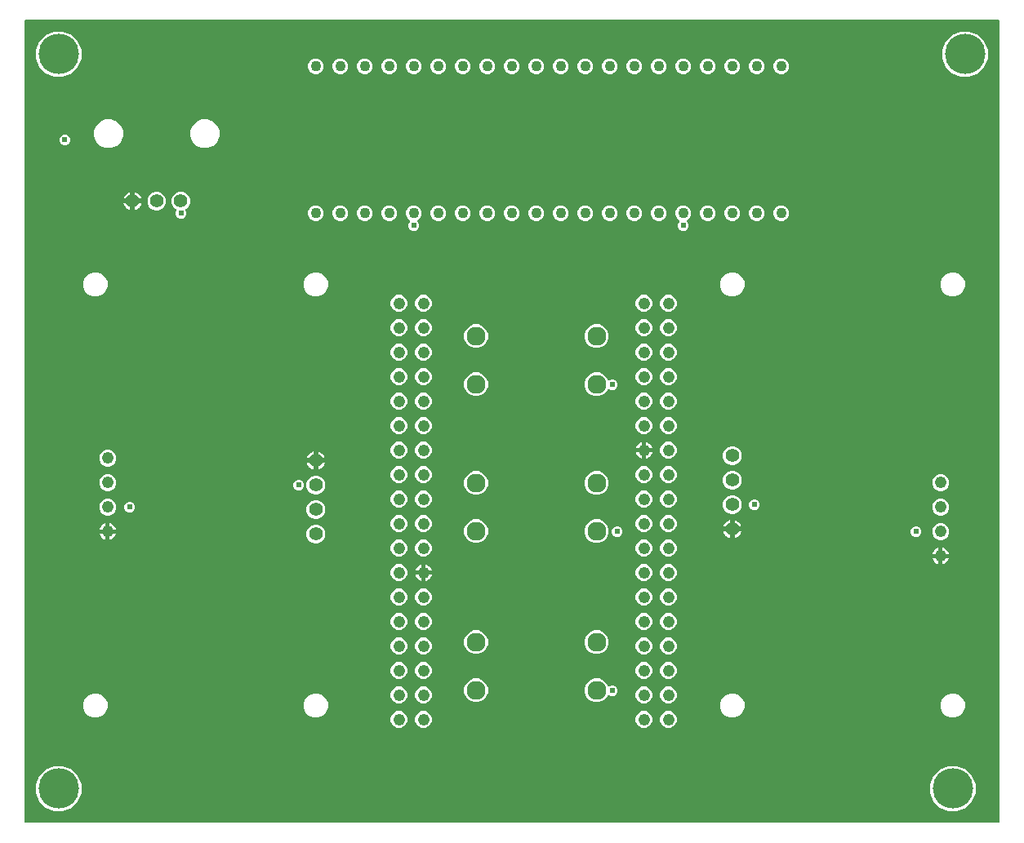
<source format=gbr>
G04 EAGLE Gerber RS-274X export*
G75*
%MOMM*%
%FSLAX34Y34*%
%LPD*%
%INCopper Layer 15*%
%IPPOS*%
%AMOC8*
5,1,8,0,0,1.08239X$1,22.5*%
G01*
%ADD10C,1.244600*%
%ADD11C,1.422400*%
%ADD12C,1.106000*%
%ADD13C,1.960000*%
%ADD14C,1.400000*%
%ADD15C,4.191000*%
%ADD16C,0.609600*%

G36*
X1012308Y2556D02*
X1012308Y2556D01*
X1012427Y2563D01*
X1012465Y2576D01*
X1012506Y2581D01*
X1012616Y2624D01*
X1012729Y2661D01*
X1012764Y2683D01*
X1012801Y2698D01*
X1012897Y2767D01*
X1012998Y2831D01*
X1013026Y2861D01*
X1013059Y2884D01*
X1013135Y2976D01*
X1013216Y3063D01*
X1013236Y3098D01*
X1013261Y3129D01*
X1013312Y3237D01*
X1013370Y3341D01*
X1013380Y3381D01*
X1013397Y3417D01*
X1013419Y3534D01*
X1013449Y3649D01*
X1013453Y3709D01*
X1013457Y3729D01*
X1013455Y3750D01*
X1013459Y3810D01*
X1013459Y834390D01*
X1013444Y834508D01*
X1013437Y834627D01*
X1013424Y834665D01*
X1013419Y834706D01*
X1013376Y834816D01*
X1013339Y834929D01*
X1013317Y834964D01*
X1013302Y835001D01*
X1013233Y835097D01*
X1013169Y835198D01*
X1013139Y835226D01*
X1013116Y835259D01*
X1013024Y835335D01*
X1012937Y835416D01*
X1012902Y835436D01*
X1012871Y835461D01*
X1012763Y835512D01*
X1012659Y835570D01*
X1012619Y835580D01*
X1012583Y835597D01*
X1012466Y835619D01*
X1012351Y835649D01*
X1012291Y835653D01*
X1012271Y835657D01*
X1012250Y835655D01*
X1012190Y835659D01*
X3810Y835659D01*
X3692Y835644D01*
X3573Y835637D01*
X3535Y835624D01*
X3494Y835619D01*
X3384Y835576D01*
X3271Y835539D01*
X3236Y835517D01*
X3199Y835502D01*
X3103Y835433D01*
X3002Y835369D01*
X2974Y835339D01*
X2941Y835316D01*
X2865Y835224D01*
X2784Y835137D01*
X2764Y835102D01*
X2739Y835071D01*
X2688Y834963D01*
X2630Y834859D01*
X2620Y834819D01*
X2603Y834783D01*
X2581Y834666D01*
X2551Y834551D01*
X2547Y834491D01*
X2543Y834471D01*
X2545Y834450D01*
X2541Y834390D01*
X2541Y3810D01*
X2556Y3692D01*
X2563Y3573D01*
X2576Y3535D01*
X2581Y3494D01*
X2624Y3384D01*
X2661Y3271D01*
X2683Y3236D01*
X2698Y3199D01*
X2767Y3103D01*
X2831Y3002D01*
X2861Y2974D01*
X2884Y2941D01*
X2976Y2865D01*
X3063Y2784D01*
X3098Y2764D01*
X3129Y2739D01*
X3237Y2688D01*
X3341Y2630D01*
X3381Y2620D01*
X3417Y2603D01*
X3534Y2581D01*
X3649Y2551D01*
X3709Y2547D01*
X3729Y2543D01*
X3750Y2545D01*
X3810Y2541D01*
X1012190Y2541D01*
X1012308Y2556D01*
G37*
%LPC*%
G36*
X973226Y776604D02*
X973226Y776604D01*
X964591Y780181D01*
X957981Y786791D01*
X954404Y795426D01*
X954404Y804774D01*
X957981Y813409D01*
X964591Y820019D01*
X973226Y823596D01*
X982574Y823596D01*
X991209Y820019D01*
X997819Y813409D01*
X1001396Y804774D01*
X1001396Y795426D01*
X997819Y786791D01*
X991209Y780181D01*
X982574Y776604D01*
X973226Y776604D01*
G37*
%LPD*%
%LPC*%
G36*
X33426Y776604D02*
X33426Y776604D01*
X24791Y780181D01*
X18181Y786791D01*
X14604Y795426D01*
X14604Y804774D01*
X18181Y813409D01*
X24791Y820019D01*
X33426Y823596D01*
X42774Y823596D01*
X51409Y820019D01*
X58019Y813409D01*
X61596Y804774D01*
X61596Y795426D01*
X58019Y786791D01*
X51409Y780181D01*
X42774Y776604D01*
X33426Y776604D01*
G37*
%LPD*%
%LPC*%
G36*
X960526Y14604D02*
X960526Y14604D01*
X951891Y18181D01*
X945281Y24791D01*
X941704Y33426D01*
X941704Y42774D01*
X945281Y51409D01*
X951891Y58019D01*
X960526Y61596D01*
X969874Y61596D01*
X978509Y58019D01*
X985119Y51409D01*
X988696Y42774D01*
X988696Y33426D01*
X985119Y24791D01*
X978509Y18181D01*
X969874Y14604D01*
X960526Y14604D01*
G37*
%LPD*%
%LPC*%
G36*
X33426Y14604D02*
X33426Y14604D01*
X24791Y18181D01*
X18181Y24791D01*
X14604Y33426D01*
X14604Y42774D01*
X18181Y51409D01*
X24791Y58019D01*
X33426Y61596D01*
X42774Y61596D01*
X51409Y58019D01*
X58019Y51409D01*
X61596Y42774D01*
X61596Y33426D01*
X58019Y24791D01*
X51409Y18181D01*
X42774Y14604D01*
X33426Y14604D01*
G37*
%LPD*%
%LPC*%
G36*
X86708Y702659D02*
X86708Y702659D01*
X81180Y704949D01*
X76949Y709180D01*
X74659Y714708D01*
X74659Y720692D01*
X76949Y726220D01*
X81180Y730451D01*
X86708Y732741D01*
X92692Y732741D01*
X98220Y730451D01*
X102451Y726220D01*
X104741Y720692D01*
X104741Y714708D01*
X102451Y709180D01*
X98220Y704949D01*
X92692Y702659D01*
X86708Y702659D01*
G37*
%LPD*%
%LPC*%
G36*
X186708Y702659D02*
X186708Y702659D01*
X181180Y704949D01*
X176949Y709180D01*
X174659Y714708D01*
X174659Y720692D01*
X176949Y726220D01*
X181180Y730451D01*
X186708Y732741D01*
X192692Y732741D01*
X198220Y730451D01*
X202451Y726220D01*
X204741Y720692D01*
X204741Y714708D01*
X202451Y709180D01*
X198220Y704949D01*
X192692Y702659D01*
X186708Y702659D01*
G37*
%LPD*%
%LPC*%
G36*
X593445Y445259D02*
X593445Y445259D01*
X588910Y447138D01*
X585438Y450610D01*
X583559Y455145D01*
X583559Y460055D01*
X585438Y464590D01*
X588910Y468062D01*
X593445Y469941D01*
X598355Y469941D01*
X602890Y468062D01*
X606362Y464590D01*
X607197Y462575D01*
X607256Y462472D01*
X607308Y462365D01*
X607334Y462334D01*
X607354Y462299D01*
X607437Y462214D01*
X607514Y462123D01*
X607547Y462100D01*
X607575Y462071D01*
X607677Y462009D01*
X607774Y461940D01*
X607812Y461926D01*
X607847Y461904D01*
X607960Y461869D01*
X608072Y461827D01*
X608112Y461823D01*
X608151Y461811D01*
X608269Y461805D01*
X608388Y461792D01*
X608428Y461798D01*
X608468Y461796D01*
X608585Y461820D01*
X608703Y461836D01*
X608760Y461856D01*
X608780Y461860D01*
X608798Y461869D01*
X608855Y461888D01*
X611028Y462789D01*
X613252Y462789D01*
X615306Y461938D01*
X616878Y460366D01*
X617729Y458312D01*
X617729Y456088D01*
X616878Y454034D01*
X615306Y452462D01*
X613252Y451611D01*
X611028Y451611D01*
X608961Y452467D01*
X608940Y452491D01*
X608848Y452551D01*
X608762Y452618D01*
X608716Y452638D01*
X608674Y452665D01*
X608571Y452701D01*
X608470Y452745D01*
X608421Y452753D01*
X608374Y452769D01*
X608264Y452777D01*
X608156Y452795D01*
X608106Y452790D01*
X608057Y452794D01*
X607948Y452775D01*
X607839Y452765D01*
X607792Y452748D01*
X607743Y452739D01*
X607643Y452694D01*
X607540Y452657D01*
X607499Y452629D01*
X607453Y452609D01*
X607368Y452540D01*
X607277Y452479D01*
X607244Y452441D01*
X607205Y452410D01*
X607139Y452323D01*
X607066Y452240D01*
X607044Y452196D01*
X607014Y452156D01*
X606943Y452012D01*
X606362Y450610D01*
X602890Y447138D01*
X598355Y445259D01*
X593445Y445259D01*
G37*
%LPD*%
%LPC*%
G36*
X593445Y127759D02*
X593445Y127759D01*
X588910Y129638D01*
X585438Y133110D01*
X583559Y137645D01*
X583559Y142555D01*
X585438Y147090D01*
X588910Y150562D01*
X593445Y152441D01*
X598355Y152441D01*
X602890Y150562D01*
X606362Y147090D01*
X607197Y145075D01*
X607256Y144972D01*
X607308Y144865D01*
X607334Y144834D01*
X607354Y144799D01*
X607437Y144714D01*
X607514Y144623D01*
X607547Y144600D01*
X607575Y144571D01*
X607677Y144509D01*
X607774Y144440D01*
X607812Y144426D01*
X607847Y144404D01*
X607960Y144369D01*
X608072Y144327D01*
X608112Y144323D01*
X608151Y144311D01*
X608269Y144305D01*
X608388Y144292D01*
X608428Y144298D01*
X608468Y144296D01*
X608585Y144320D01*
X608703Y144336D01*
X608760Y144356D01*
X608780Y144360D01*
X608798Y144369D01*
X608855Y144388D01*
X611028Y145289D01*
X613252Y145289D01*
X615306Y144438D01*
X616878Y142866D01*
X617729Y140812D01*
X617729Y138588D01*
X616878Y136534D01*
X615306Y134962D01*
X613252Y134111D01*
X611028Y134111D01*
X608961Y134967D01*
X608940Y134991D01*
X608848Y135051D01*
X608762Y135118D01*
X608716Y135138D01*
X608674Y135165D01*
X608571Y135201D01*
X608470Y135245D01*
X608421Y135253D01*
X608374Y135269D01*
X608264Y135277D01*
X608156Y135295D01*
X608106Y135290D01*
X608057Y135294D01*
X607948Y135275D01*
X607839Y135265D01*
X607792Y135248D01*
X607743Y135239D01*
X607643Y135194D01*
X607540Y135157D01*
X607499Y135129D01*
X607453Y135109D01*
X607368Y135040D01*
X607277Y134979D01*
X607244Y134941D01*
X607205Y134910D01*
X607139Y134823D01*
X607066Y134740D01*
X607044Y134696D01*
X607014Y134656D01*
X606943Y134512D01*
X606362Y133110D01*
X602890Y129638D01*
X598355Y127759D01*
X593445Y127759D01*
G37*
%LPD*%
%LPC*%
G36*
X302305Y111919D02*
X302305Y111919D01*
X297696Y113828D01*
X294168Y117356D01*
X292259Y121965D01*
X292259Y126955D01*
X294168Y131564D01*
X297696Y135092D01*
X302305Y137001D01*
X307295Y137001D01*
X311904Y135092D01*
X315432Y131564D01*
X317341Y126955D01*
X317341Y121965D01*
X315432Y117356D01*
X311904Y113828D01*
X307295Y111919D01*
X302305Y111919D01*
G37*
%LPD*%
%LPC*%
G36*
X73705Y111919D02*
X73705Y111919D01*
X69096Y113828D01*
X65568Y117356D01*
X63659Y121965D01*
X63659Y126955D01*
X65568Y131564D01*
X69096Y135092D01*
X73705Y137001D01*
X78695Y137001D01*
X83304Y135092D01*
X86832Y131564D01*
X88741Y126955D01*
X88741Y121965D01*
X86832Y117356D01*
X83304Y113828D01*
X78695Y111919D01*
X73705Y111919D01*
G37*
%LPD*%
%LPC*%
G36*
X734105Y111919D02*
X734105Y111919D01*
X729496Y113828D01*
X725968Y117356D01*
X724059Y121965D01*
X724059Y126955D01*
X725968Y131564D01*
X729496Y135092D01*
X734105Y137001D01*
X739095Y137001D01*
X743704Y135092D01*
X747232Y131564D01*
X749141Y126955D01*
X749141Y121965D01*
X747232Y117356D01*
X743704Y113828D01*
X739095Y111919D01*
X734105Y111919D01*
G37*
%LPD*%
%LPC*%
G36*
X962705Y111919D02*
X962705Y111919D01*
X958096Y113828D01*
X954568Y117356D01*
X952659Y121965D01*
X952659Y126955D01*
X954568Y131564D01*
X958096Y135092D01*
X962705Y137001D01*
X967695Y137001D01*
X972304Y135092D01*
X975832Y131564D01*
X977741Y126955D01*
X977741Y121965D01*
X975832Y117356D01*
X972304Y113828D01*
X967695Y111919D01*
X962705Y111919D01*
G37*
%LPD*%
%LPC*%
G36*
X962705Y548799D02*
X962705Y548799D01*
X958096Y550708D01*
X954568Y554236D01*
X952659Y558845D01*
X952659Y563835D01*
X954568Y568444D01*
X958096Y571972D01*
X962705Y573881D01*
X967695Y573881D01*
X972304Y571972D01*
X975832Y568444D01*
X977741Y563835D01*
X977741Y558845D01*
X975832Y554236D01*
X972304Y550708D01*
X967695Y548799D01*
X962705Y548799D01*
G37*
%LPD*%
%LPC*%
G36*
X734105Y548799D02*
X734105Y548799D01*
X729496Y550708D01*
X725968Y554236D01*
X724059Y558845D01*
X724059Y563835D01*
X725968Y568444D01*
X729496Y571972D01*
X734105Y573881D01*
X739095Y573881D01*
X743704Y571972D01*
X747232Y568444D01*
X749141Y563835D01*
X749141Y558845D01*
X747232Y554236D01*
X743704Y550708D01*
X739095Y548799D01*
X734105Y548799D01*
G37*
%LPD*%
%LPC*%
G36*
X302305Y548799D02*
X302305Y548799D01*
X297696Y550708D01*
X294168Y554236D01*
X292259Y558845D01*
X292259Y563835D01*
X294168Y568444D01*
X297696Y571972D01*
X302305Y573881D01*
X307295Y573881D01*
X311904Y571972D01*
X315432Y568444D01*
X317341Y563835D01*
X317341Y558845D01*
X315432Y554236D01*
X311904Y550708D01*
X307295Y548799D01*
X302305Y548799D01*
G37*
%LPD*%
%LPC*%
G36*
X73705Y548799D02*
X73705Y548799D01*
X69096Y550708D01*
X65568Y554236D01*
X63659Y558845D01*
X63659Y563835D01*
X65568Y568444D01*
X69096Y571972D01*
X73705Y573881D01*
X78695Y573881D01*
X83304Y571972D01*
X86832Y568444D01*
X88741Y563835D01*
X88741Y558845D01*
X86832Y554236D01*
X83304Y550708D01*
X78695Y548799D01*
X73705Y548799D01*
G37*
%LPD*%
%LPC*%
G36*
X468445Y127759D02*
X468445Y127759D01*
X463910Y129638D01*
X460438Y133110D01*
X458559Y137645D01*
X458559Y142555D01*
X460438Y147090D01*
X463910Y150562D01*
X468445Y152441D01*
X473355Y152441D01*
X477890Y150562D01*
X481362Y147090D01*
X483241Y142555D01*
X483241Y137645D01*
X481362Y133110D01*
X477890Y129638D01*
X473355Y127759D01*
X468445Y127759D01*
G37*
%LPD*%
%LPC*%
G36*
X468445Y177759D02*
X468445Y177759D01*
X463910Y179638D01*
X460438Y183110D01*
X458559Y187645D01*
X458559Y192555D01*
X460438Y197090D01*
X463910Y200562D01*
X468445Y202441D01*
X473355Y202441D01*
X477890Y200562D01*
X481362Y197090D01*
X483241Y192555D01*
X483241Y187645D01*
X481362Y183110D01*
X477890Y179638D01*
X473355Y177759D01*
X468445Y177759D01*
G37*
%LPD*%
%LPC*%
G36*
X593445Y177759D02*
X593445Y177759D01*
X588910Y179638D01*
X585438Y183110D01*
X583559Y187645D01*
X583559Y192555D01*
X585438Y197090D01*
X588910Y200562D01*
X593445Y202441D01*
X598355Y202441D01*
X602890Y200562D01*
X606362Y197090D01*
X608241Y192555D01*
X608241Y187645D01*
X606362Y183110D01*
X602890Y179638D01*
X598355Y177759D01*
X593445Y177759D01*
G37*
%LPD*%
%LPC*%
G36*
X468445Y292859D02*
X468445Y292859D01*
X463910Y294738D01*
X460438Y298210D01*
X458559Y302745D01*
X458559Y307655D01*
X460438Y312190D01*
X463910Y315662D01*
X468445Y317541D01*
X473355Y317541D01*
X477890Y315662D01*
X481362Y312190D01*
X483241Y307655D01*
X483241Y302745D01*
X481362Y298210D01*
X477890Y294738D01*
X473355Y292859D01*
X468445Y292859D01*
G37*
%LPD*%
%LPC*%
G36*
X468445Y445259D02*
X468445Y445259D01*
X463910Y447138D01*
X460438Y450610D01*
X458559Y455145D01*
X458559Y460055D01*
X460438Y464590D01*
X463910Y468062D01*
X468445Y469941D01*
X473355Y469941D01*
X477890Y468062D01*
X481362Y464590D01*
X483241Y460055D01*
X483241Y455145D01*
X481362Y450610D01*
X477890Y447138D01*
X473355Y445259D01*
X468445Y445259D01*
G37*
%LPD*%
%LPC*%
G36*
X593445Y342859D02*
X593445Y342859D01*
X588910Y344738D01*
X585438Y348210D01*
X583559Y352745D01*
X583559Y357655D01*
X585438Y362190D01*
X588910Y365662D01*
X593445Y367541D01*
X598355Y367541D01*
X602890Y365662D01*
X606362Y362190D01*
X608241Y357655D01*
X608241Y352745D01*
X606362Y348210D01*
X602890Y344738D01*
X598355Y342859D01*
X593445Y342859D01*
G37*
%LPD*%
%LPC*%
G36*
X468445Y342859D02*
X468445Y342859D01*
X463910Y344738D01*
X460438Y348210D01*
X458559Y352745D01*
X458559Y357655D01*
X460438Y362190D01*
X463910Y365662D01*
X468445Y367541D01*
X473355Y367541D01*
X477890Y365662D01*
X481362Y362190D01*
X483241Y357655D01*
X483241Y352745D01*
X481362Y348210D01*
X477890Y344738D01*
X473355Y342859D01*
X468445Y342859D01*
G37*
%LPD*%
%LPC*%
G36*
X593445Y495259D02*
X593445Y495259D01*
X588910Y497138D01*
X585438Y500610D01*
X583559Y505145D01*
X583559Y510055D01*
X585438Y514590D01*
X588910Y518062D01*
X593445Y519941D01*
X598355Y519941D01*
X602890Y518062D01*
X606362Y514590D01*
X608241Y510055D01*
X608241Y505145D01*
X606362Y500610D01*
X602890Y497138D01*
X598355Y495259D01*
X593445Y495259D01*
G37*
%LPD*%
%LPC*%
G36*
X593445Y292859D02*
X593445Y292859D01*
X588910Y294738D01*
X585438Y298210D01*
X583559Y302745D01*
X583559Y307655D01*
X585438Y312190D01*
X588910Y315662D01*
X593445Y317541D01*
X598355Y317541D01*
X602890Y315662D01*
X606362Y312190D01*
X608241Y307655D01*
X608241Y302745D01*
X606362Y298210D01*
X602890Y294738D01*
X598355Y292859D01*
X593445Y292859D01*
G37*
%LPD*%
%LPC*%
G36*
X468445Y495259D02*
X468445Y495259D01*
X463910Y497138D01*
X460438Y500610D01*
X458559Y505145D01*
X458559Y510055D01*
X460438Y514590D01*
X463910Y518062D01*
X468445Y519941D01*
X473355Y519941D01*
X477890Y518062D01*
X481362Y514590D01*
X483241Y510055D01*
X483241Y505145D01*
X481362Y500610D01*
X477890Y497138D01*
X473355Y495259D01*
X468445Y495259D01*
G37*
%LPD*%
%LPC*%
G36*
X163988Y629411D02*
X163988Y629411D01*
X161934Y630262D01*
X160362Y631834D01*
X159511Y633888D01*
X159511Y636112D01*
X160231Y637850D01*
X160263Y637965D01*
X160302Y638078D01*
X160305Y638118D01*
X160315Y638157D01*
X160317Y638276D01*
X160327Y638395D01*
X160320Y638434D01*
X160320Y638475D01*
X160293Y638591D01*
X160272Y638708D01*
X160256Y638745D01*
X160246Y638784D01*
X160191Y638889D01*
X160142Y638998D01*
X160116Y639030D01*
X160098Y639065D01*
X160018Y639153D01*
X159943Y639246D01*
X159911Y639271D01*
X159884Y639301D01*
X159784Y639366D01*
X159689Y639438D01*
X159635Y639464D01*
X159618Y639475D01*
X159599Y639482D01*
X159545Y639509D01*
X159296Y639612D01*
X156612Y642296D01*
X155159Y645802D01*
X155159Y649598D01*
X156612Y653104D01*
X159296Y655788D01*
X162802Y657241D01*
X166598Y657241D01*
X170104Y655788D01*
X172788Y653104D01*
X174241Y649598D01*
X174241Y645802D01*
X172788Y642296D01*
X170092Y639599D01*
X170074Y639576D01*
X170052Y639557D01*
X169977Y639451D01*
X169897Y639348D01*
X169885Y639321D01*
X169868Y639297D01*
X169822Y639176D01*
X169771Y639056D01*
X169766Y639027D01*
X169756Y639000D01*
X169741Y638871D01*
X169721Y638742D01*
X169724Y638713D01*
X169720Y638684D01*
X169739Y638555D01*
X169751Y638426D01*
X169761Y638398D01*
X169765Y638369D01*
X169817Y638216D01*
X170689Y636112D01*
X170689Y633888D01*
X169838Y631834D01*
X168266Y630262D01*
X166212Y629411D01*
X163988Y629411D01*
G37*
%LPD*%
%LPC*%
G36*
X684688Y616711D02*
X684688Y616711D01*
X682634Y617562D01*
X681062Y619134D01*
X680211Y621188D01*
X680211Y623412D01*
X681062Y625466D01*
X681671Y626075D01*
X681702Y626114D01*
X681739Y626148D01*
X681799Y626240D01*
X681866Y626326D01*
X681886Y626372D01*
X681913Y626413D01*
X681949Y626517D01*
X681993Y626618D01*
X682000Y626667D01*
X682016Y626714D01*
X682025Y626823D01*
X682042Y626932D01*
X682038Y626982D01*
X682042Y627031D01*
X682023Y627139D01*
X682013Y627249D01*
X681996Y627296D01*
X681987Y627345D01*
X681942Y627445D01*
X681905Y627548D01*
X681877Y627589D01*
X681857Y627635D01*
X681788Y627720D01*
X681726Y627811D01*
X681689Y627844D01*
X681658Y627883D01*
X681570Y627949D01*
X681488Y628022D01*
X681444Y628044D01*
X681404Y628074D01*
X681259Y628145D01*
X681228Y628158D01*
X678958Y630428D01*
X677729Y633395D01*
X677729Y636605D01*
X678958Y639572D01*
X681228Y641842D01*
X684195Y643071D01*
X687405Y643071D01*
X690372Y641842D01*
X692642Y639572D01*
X693871Y636605D01*
X693871Y633395D01*
X692642Y630428D01*
X690372Y628158D01*
X690341Y628145D01*
X690297Y628120D01*
X690251Y628104D01*
X690160Y628042D01*
X690064Y627988D01*
X690029Y627953D01*
X689987Y627925D01*
X689915Y627843D01*
X689836Y627766D01*
X689810Y627724D01*
X689777Y627687D01*
X689727Y627589D01*
X689670Y627495D01*
X689655Y627448D01*
X689632Y627403D01*
X689608Y627296D01*
X689576Y627191D01*
X689574Y627142D01*
X689563Y627093D01*
X689566Y626983D01*
X689561Y626874D01*
X689571Y626825D01*
X689572Y626775D01*
X689603Y626670D01*
X689625Y626562D01*
X689647Y626517D01*
X689661Y626470D01*
X689717Y626375D01*
X689765Y626276D01*
X689797Y626239D01*
X689822Y626196D01*
X689929Y626075D01*
X690538Y625466D01*
X691389Y623412D01*
X691389Y621188D01*
X690538Y619134D01*
X688966Y617562D01*
X686912Y616711D01*
X684688Y616711D01*
G37*
%LPD*%
%LPC*%
G36*
X405288Y616711D02*
X405288Y616711D01*
X403234Y617562D01*
X401662Y619134D01*
X400811Y621188D01*
X400811Y623412D01*
X401662Y625466D01*
X402271Y626075D01*
X402302Y626114D01*
X402339Y626148D01*
X402399Y626240D01*
X402466Y626326D01*
X402486Y626372D01*
X402513Y626413D01*
X402549Y626517D01*
X402593Y626618D01*
X402600Y626667D01*
X402616Y626714D01*
X402625Y626823D01*
X402642Y626932D01*
X402638Y626982D01*
X402642Y627031D01*
X402623Y627139D01*
X402613Y627249D01*
X402596Y627296D01*
X402587Y627345D01*
X402542Y627445D01*
X402505Y627548D01*
X402477Y627589D01*
X402457Y627635D01*
X402388Y627720D01*
X402326Y627811D01*
X402289Y627844D01*
X402258Y627883D01*
X402170Y627949D01*
X402088Y628022D01*
X402044Y628044D01*
X402004Y628074D01*
X401859Y628145D01*
X401828Y628158D01*
X399558Y630428D01*
X398329Y633395D01*
X398329Y636605D01*
X399558Y639572D01*
X401828Y641842D01*
X404795Y643071D01*
X408005Y643071D01*
X410972Y641842D01*
X413242Y639572D01*
X414471Y636605D01*
X414471Y633395D01*
X413242Y630428D01*
X410972Y628158D01*
X410941Y628145D01*
X410897Y628120D01*
X410851Y628104D01*
X410760Y628042D01*
X410664Y627988D01*
X410629Y627953D01*
X410587Y627925D01*
X410515Y627843D01*
X410436Y627766D01*
X410410Y627724D01*
X410377Y627687D01*
X410327Y627589D01*
X410270Y627495D01*
X410255Y627448D01*
X410232Y627403D01*
X410208Y627296D01*
X410176Y627191D01*
X410174Y627142D01*
X410163Y627093D01*
X410166Y626983D01*
X410161Y626874D01*
X410171Y626825D01*
X410172Y626775D01*
X410203Y626670D01*
X410225Y626562D01*
X410247Y626517D01*
X410261Y626470D01*
X410317Y626375D01*
X410365Y626276D01*
X410397Y626239D01*
X410422Y626196D01*
X410529Y626075D01*
X411138Y625466D01*
X411989Y623412D01*
X411989Y621188D01*
X411138Y619134D01*
X409566Y617562D01*
X407512Y616711D01*
X405288Y616711D01*
G37*
%LPD*%
%LPC*%
G36*
X302880Y292607D02*
X302880Y292607D01*
X299332Y294077D01*
X296617Y296792D01*
X295147Y300340D01*
X295147Y304180D01*
X296617Y307728D01*
X299332Y310443D01*
X302880Y311913D01*
X306720Y311913D01*
X310268Y310443D01*
X312983Y307728D01*
X314453Y304180D01*
X314453Y300340D01*
X312983Y296792D01*
X310268Y294077D01*
X306720Y292607D01*
X302880Y292607D01*
G37*
%LPD*%
%LPC*%
G36*
X734680Y323087D02*
X734680Y323087D01*
X731132Y324557D01*
X728417Y327272D01*
X726947Y330820D01*
X726947Y334660D01*
X728417Y338208D01*
X731132Y340923D01*
X734680Y342393D01*
X738520Y342393D01*
X742068Y340923D01*
X744783Y338208D01*
X746253Y334660D01*
X746253Y330820D01*
X744783Y327272D01*
X742068Y324557D01*
X738520Y323087D01*
X734680Y323087D01*
G37*
%LPD*%
%LPC*%
G36*
X302880Y318007D02*
X302880Y318007D01*
X299332Y319477D01*
X296617Y322192D01*
X295147Y325740D01*
X295147Y329580D01*
X296617Y333128D01*
X299332Y335843D01*
X302880Y337313D01*
X306720Y337313D01*
X310268Y335843D01*
X312983Y333128D01*
X314453Y329580D01*
X314453Y325740D01*
X312983Y322192D01*
X310268Y319477D01*
X306720Y318007D01*
X302880Y318007D01*
G37*
%LPD*%
%LPC*%
G36*
X734680Y348487D02*
X734680Y348487D01*
X731132Y349957D01*
X728417Y352672D01*
X726947Y356220D01*
X726947Y360060D01*
X728417Y363608D01*
X731132Y366323D01*
X734680Y367793D01*
X738520Y367793D01*
X742068Y366323D01*
X744783Y363608D01*
X746253Y360060D01*
X746253Y356220D01*
X744783Y352672D01*
X742068Y349957D01*
X738520Y348487D01*
X734680Y348487D01*
G37*
%LPD*%
%LPC*%
G36*
X302880Y343407D02*
X302880Y343407D01*
X299332Y344877D01*
X296617Y347592D01*
X295147Y351140D01*
X295147Y354980D01*
X296617Y358528D01*
X299332Y361243D01*
X302880Y362713D01*
X306720Y362713D01*
X310268Y361243D01*
X312983Y358528D01*
X314453Y354980D01*
X314453Y351140D01*
X312983Y347592D01*
X310268Y344877D01*
X306720Y343407D01*
X302880Y343407D01*
G37*
%LPD*%
%LPC*%
G36*
X734680Y373887D02*
X734680Y373887D01*
X731132Y375357D01*
X728417Y378072D01*
X726947Y381620D01*
X726947Y385460D01*
X728417Y389008D01*
X731132Y391723D01*
X734680Y393193D01*
X738520Y393193D01*
X742068Y391723D01*
X744783Y389008D01*
X746253Y385460D01*
X746253Y381620D01*
X744783Y378072D01*
X742068Y375357D01*
X738520Y373887D01*
X734680Y373887D01*
G37*
%LPD*%
%LPC*%
G36*
X137802Y638159D02*
X137802Y638159D01*
X134296Y639612D01*
X131612Y642296D01*
X130159Y645802D01*
X130159Y649598D01*
X131612Y653104D01*
X134296Y655788D01*
X137802Y657241D01*
X141598Y657241D01*
X145104Y655788D01*
X147788Y653104D01*
X149241Y649598D01*
X149241Y645802D01*
X147788Y642296D01*
X145104Y639612D01*
X141598Y638159D01*
X137802Y638159D01*
G37*
%LPD*%
%LPC*%
G36*
X643157Y278936D02*
X643157Y278936D01*
X639936Y280270D01*
X637470Y282736D01*
X636136Y285957D01*
X636136Y289443D01*
X637470Y292664D01*
X639936Y295130D01*
X643157Y296464D01*
X646643Y296464D01*
X649864Y295130D01*
X652330Y292664D01*
X653664Y289443D01*
X653664Y285957D01*
X652330Y282736D01*
X649864Y280270D01*
X646643Y278936D01*
X643157Y278936D01*
G37*
%LPD*%
%LPC*%
G36*
X668557Y253536D02*
X668557Y253536D01*
X665336Y254870D01*
X662870Y257336D01*
X661536Y260557D01*
X661536Y264043D01*
X662870Y267264D01*
X665336Y269730D01*
X668557Y271064D01*
X672043Y271064D01*
X675264Y269730D01*
X677730Y267264D01*
X679064Y264043D01*
X679064Y260557D01*
X677730Y257336D01*
X675264Y254870D01*
X672043Y253536D01*
X668557Y253536D01*
G37*
%LPD*%
%LPC*%
G36*
X643157Y253536D02*
X643157Y253536D01*
X639936Y254870D01*
X637470Y257336D01*
X636136Y260557D01*
X636136Y264043D01*
X637470Y267264D01*
X639936Y269730D01*
X643157Y271064D01*
X646643Y271064D01*
X649864Y269730D01*
X652330Y267264D01*
X653664Y264043D01*
X653664Y260557D01*
X652330Y257336D01*
X649864Y254870D01*
X646643Y253536D01*
X643157Y253536D01*
G37*
%LPD*%
%LPC*%
G36*
X389157Y253536D02*
X389157Y253536D01*
X385936Y254870D01*
X383470Y257336D01*
X382136Y260557D01*
X382136Y264043D01*
X383470Y267264D01*
X385936Y269730D01*
X389157Y271064D01*
X392643Y271064D01*
X395864Y269730D01*
X398330Y267264D01*
X399664Y264043D01*
X399664Y260557D01*
X398330Y257336D01*
X395864Y254870D01*
X392643Y253536D01*
X389157Y253536D01*
G37*
%LPD*%
%LPC*%
G36*
X668557Y228136D02*
X668557Y228136D01*
X665336Y229470D01*
X662870Y231936D01*
X661536Y235157D01*
X661536Y238643D01*
X662870Y241864D01*
X665336Y244330D01*
X668557Y245664D01*
X672043Y245664D01*
X675264Y244330D01*
X677730Y241864D01*
X679064Y238643D01*
X679064Y235157D01*
X677730Y231936D01*
X675264Y229470D01*
X672043Y228136D01*
X668557Y228136D01*
G37*
%LPD*%
%LPC*%
G36*
X643157Y228136D02*
X643157Y228136D01*
X639936Y229470D01*
X637470Y231936D01*
X636136Y235157D01*
X636136Y238643D01*
X637470Y241864D01*
X639936Y244330D01*
X643157Y245664D01*
X646643Y245664D01*
X649864Y244330D01*
X652330Y241864D01*
X653664Y238643D01*
X653664Y235157D01*
X652330Y231936D01*
X649864Y229470D01*
X646643Y228136D01*
X643157Y228136D01*
G37*
%LPD*%
%LPC*%
G36*
X414557Y228136D02*
X414557Y228136D01*
X411336Y229470D01*
X408870Y231936D01*
X407536Y235157D01*
X407536Y238643D01*
X408870Y241864D01*
X411336Y244330D01*
X414557Y245664D01*
X418043Y245664D01*
X421264Y244330D01*
X423730Y241864D01*
X425064Y238643D01*
X425064Y235157D01*
X423730Y231936D01*
X421264Y229470D01*
X418043Y228136D01*
X414557Y228136D01*
G37*
%LPD*%
%LPC*%
G36*
X389157Y228136D02*
X389157Y228136D01*
X385936Y229470D01*
X383470Y231936D01*
X382136Y235157D01*
X382136Y238643D01*
X383470Y241864D01*
X385936Y244330D01*
X389157Y245664D01*
X392643Y245664D01*
X395864Y244330D01*
X398330Y241864D01*
X399664Y238643D01*
X399664Y235157D01*
X398330Y231936D01*
X395864Y229470D01*
X392643Y228136D01*
X389157Y228136D01*
G37*
%LPD*%
%LPC*%
G36*
X668557Y202736D02*
X668557Y202736D01*
X665336Y204070D01*
X662870Y206536D01*
X661536Y209757D01*
X661536Y213243D01*
X662870Y216464D01*
X665336Y218930D01*
X668557Y220264D01*
X672043Y220264D01*
X675264Y218930D01*
X677730Y216464D01*
X679064Y213243D01*
X679064Y209757D01*
X677730Y206536D01*
X675264Y204070D01*
X672043Y202736D01*
X668557Y202736D01*
G37*
%LPD*%
%LPC*%
G36*
X643157Y202736D02*
X643157Y202736D01*
X639936Y204070D01*
X637470Y206536D01*
X636136Y209757D01*
X636136Y213243D01*
X637470Y216464D01*
X639936Y218930D01*
X643157Y220264D01*
X646643Y220264D01*
X649864Y218930D01*
X652330Y216464D01*
X653664Y213243D01*
X653664Y209757D01*
X652330Y206536D01*
X649864Y204070D01*
X646643Y202736D01*
X643157Y202736D01*
G37*
%LPD*%
%LPC*%
G36*
X414557Y202736D02*
X414557Y202736D01*
X411336Y204070D01*
X408870Y206536D01*
X407536Y209757D01*
X407536Y213243D01*
X408870Y216464D01*
X411336Y218930D01*
X414557Y220264D01*
X418043Y220264D01*
X421264Y218930D01*
X423730Y216464D01*
X425064Y213243D01*
X425064Y209757D01*
X423730Y206536D01*
X421264Y204070D01*
X418043Y202736D01*
X414557Y202736D01*
G37*
%LPD*%
%LPC*%
G36*
X389157Y202736D02*
X389157Y202736D01*
X385936Y204070D01*
X383470Y206536D01*
X382136Y209757D01*
X382136Y213243D01*
X383470Y216464D01*
X385936Y218930D01*
X389157Y220264D01*
X392643Y220264D01*
X395864Y218930D01*
X398330Y216464D01*
X399664Y213243D01*
X399664Y209757D01*
X398330Y206536D01*
X395864Y204070D01*
X392643Y202736D01*
X389157Y202736D01*
G37*
%LPD*%
%LPC*%
G36*
X389157Y177336D02*
X389157Y177336D01*
X385936Y178670D01*
X383470Y181136D01*
X382136Y184357D01*
X382136Y187843D01*
X383470Y191064D01*
X385936Y193530D01*
X389157Y194864D01*
X392643Y194864D01*
X395864Y193530D01*
X398330Y191064D01*
X399664Y187843D01*
X399664Y184357D01*
X398330Y181136D01*
X395864Y178670D01*
X392643Y177336D01*
X389157Y177336D01*
G37*
%LPD*%
%LPC*%
G36*
X668557Y177336D02*
X668557Y177336D01*
X665336Y178670D01*
X662870Y181136D01*
X661536Y184357D01*
X661536Y187843D01*
X662870Y191064D01*
X665336Y193530D01*
X668557Y194864D01*
X672043Y194864D01*
X675264Y193530D01*
X677730Y191064D01*
X679064Y187843D01*
X679064Y184357D01*
X677730Y181136D01*
X675264Y178670D01*
X672043Y177336D01*
X668557Y177336D01*
G37*
%LPD*%
%LPC*%
G36*
X643157Y177336D02*
X643157Y177336D01*
X639936Y178670D01*
X637470Y181136D01*
X636136Y184357D01*
X636136Y187843D01*
X637470Y191064D01*
X639936Y193530D01*
X643157Y194864D01*
X646643Y194864D01*
X649864Y193530D01*
X652330Y191064D01*
X653664Y187843D01*
X653664Y184357D01*
X652330Y181136D01*
X649864Y178670D01*
X646643Y177336D01*
X643157Y177336D01*
G37*
%LPD*%
%LPC*%
G36*
X668557Y151936D02*
X668557Y151936D01*
X665336Y153270D01*
X662870Y155736D01*
X661536Y158957D01*
X661536Y162443D01*
X662870Y165664D01*
X665336Y168130D01*
X668557Y169464D01*
X672043Y169464D01*
X675264Y168130D01*
X677730Y165664D01*
X679064Y162443D01*
X679064Y158957D01*
X677730Y155736D01*
X675264Y153270D01*
X672043Y151936D01*
X668557Y151936D01*
G37*
%LPD*%
%LPC*%
G36*
X643157Y151936D02*
X643157Y151936D01*
X639936Y153270D01*
X637470Y155736D01*
X636136Y158957D01*
X636136Y162443D01*
X637470Y165664D01*
X639936Y168130D01*
X643157Y169464D01*
X646643Y169464D01*
X649864Y168130D01*
X652330Y165664D01*
X653664Y162443D01*
X653664Y158957D01*
X652330Y155736D01*
X649864Y153270D01*
X646643Y151936D01*
X643157Y151936D01*
G37*
%LPD*%
%LPC*%
G36*
X414557Y151936D02*
X414557Y151936D01*
X411336Y153270D01*
X408870Y155736D01*
X407536Y158957D01*
X407536Y162443D01*
X408870Y165664D01*
X411336Y168130D01*
X414557Y169464D01*
X418043Y169464D01*
X421264Y168130D01*
X423730Y165664D01*
X425064Y162443D01*
X425064Y158957D01*
X423730Y155736D01*
X421264Y153270D01*
X418043Y151936D01*
X414557Y151936D01*
G37*
%LPD*%
%LPC*%
G36*
X389157Y151936D02*
X389157Y151936D01*
X385936Y153270D01*
X383470Y155736D01*
X382136Y158957D01*
X382136Y162443D01*
X383470Y165664D01*
X385936Y168130D01*
X389157Y169464D01*
X392643Y169464D01*
X395864Y168130D01*
X398330Y165664D01*
X399664Y162443D01*
X399664Y158957D01*
X398330Y155736D01*
X395864Y153270D01*
X392643Y151936D01*
X389157Y151936D01*
G37*
%LPD*%
%LPC*%
G36*
X668557Y126536D02*
X668557Y126536D01*
X665336Y127870D01*
X662870Y130336D01*
X661536Y133557D01*
X661536Y137043D01*
X662870Y140264D01*
X665336Y142730D01*
X668557Y144064D01*
X672043Y144064D01*
X675264Y142730D01*
X677730Y140264D01*
X679064Y137043D01*
X679064Y133557D01*
X677730Y130336D01*
X675264Y127870D01*
X672043Y126536D01*
X668557Y126536D01*
G37*
%LPD*%
%LPC*%
G36*
X643157Y126536D02*
X643157Y126536D01*
X639936Y127870D01*
X637470Y130336D01*
X636136Y133557D01*
X636136Y137043D01*
X637470Y140264D01*
X639936Y142730D01*
X643157Y144064D01*
X646643Y144064D01*
X649864Y142730D01*
X652330Y140264D01*
X653664Y137043D01*
X653664Y133557D01*
X652330Y130336D01*
X649864Y127870D01*
X646643Y126536D01*
X643157Y126536D01*
G37*
%LPD*%
%LPC*%
G36*
X414557Y126536D02*
X414557Y126536D01*
X411336Y127870D01*
X408870Y130336D01*
X407536Y133557D01*
X407536Y137043D01*
X408870Y140264D01*
X411336Y142730D01*
X414557Y144064D01*
X418043Y144064D01*
X421264Y142730D01*
X423730Y140264D01*
X425064Y137043D01*
X425064Y133557D01*
X423730Y130336D01*
X421264Y127870D01*
X418043Y126536D01*
X414557Y126536D01*
G37*
%LPD*%
%LPC*%
G36*
X389157Y126536D02*
X389157Y126536D01*
X385936Y127870D01*
X383470Y130336D01*
X382136Y133557D01*
X382136Y137043D01*
X383470Y140264D01*
X385936Y142730D01*
X389157Y144064D01*
X392643Y144064D01*
X395864Y142730D01*
X398330Y140264D01*
X399664Y137043D01*
X399664Y133557D01*
X398330Y130336D01*
X395864Y127870D01*
X392643Y126536D01*
X389157Y126536D01*
G37*
%LPD*%
%LPC*%
G36*
X668557Y101136D02*
X668557Y101136D01*
X665336Y102470D01*
X662870Y104936D01*
X661536Y108157D01*
X661536Y111643D01*
X662870Y114864D01*
X665336Y117330D01*
X668557Y118664D01*
X672043Y118664D01*
X675264Y117330D01*
X677730Y114864D01*
X679064Y111643D01*
X679064Y108157D01*
X677730Y104936D01*
X675264Y102470D01*
X672043Y101136D01*
X668557Y101136D01*
G37*
%LPD*%
%LPC*%
G36*
X643157Y101136D02*
X643157Y101136D01*
X639936Y102470D01*
X637470Y104936D01*
X636136Y108157D01*
X636136Y111643D01*
X637470Y114864D01*
X639936Y117330D01*
X643157Y118664D01*
X646643Y118664D01*
X649864Y117330D01*
X652330Y114864D01*
X653664Y111643D01*
X653664Y108157D01*
X652330Y104936D01*
X649864Y102470D01*
X646643Y101136D01*
X643157Y101136D01*
G37*
%LPD*%
%LPC*%
G36*
X414557Y101136D02*
X414557Y101136D01*
X411336Y102470D01*
X408870Y104936D01*
X407536Y108157D01*
X407536Y111643D01*
X408870Y114864D01*
X411336Y117330D01*
X414557Y118664D01*
X418043Y118664D01*
X421264Y117330D01*
X423730Y114864D01*
X425064Y111643D01*
X425064Y108157D01*
X423730Y104936D01*
X421264Y102470D01*
X418043Y101136D01*
X414557Y101136D01*
G37*
%LPD*%
%LPC*%
G36*
X389157Y101136D02*
X389157Y101136D01*
X385936Y102470D01*
X383470Y104936D01*
X382136Y108157D01*
X382136Y111643D01*
X383470Y114864D01*
X385936Y117330D01*
X389157Y118664D01*
X392643Y118664D01*
X395864Y117330D01*
X398330Y114864D01*
X399664Y111643D01*
X399664Y108157D01*
X398330Y104936D01*
X395864Y102470D01*
X392643Y101136D01*
X389157Y101136D01*
G37*
%LPD*%
%LPC*%
G36*
X414557Y177336D02*
X414557Y177336D01*
X411336Y178670D01*
X408870Y181136D01*
X407536Y184357D01*
X407536Y187843D01*
X408870Y191064D01*
X411336Y193530D01*
X414557Y194864D01*
X418043Y194864D01*
X421264Y193530D01*
X423730Y191064D01*
X425064Y187843D01*
X425064Y184357D01*
X423730Y181136D01*
X421264Y178670D01*
X418043Y177336D01*
X414557Y177336D01*
G37*
%LPD*%
%LPC*%
G36*
X668557Y532936D02*
X668557Y532936D01*
X665336Y534270D01*
X662870Y536736D01*
X661536Y539957D01*
X661536Y543443D01*
X662870Y546664D01*
X665336Y549130D01*
X668557Y550464D01*
X672043Y550464D01*
X675264Y549130D01*
X677730Y546664D01*
X679064Y543443D01*
X679064Y539957D01*
X677730Y536736D01*
X675264Y534270D01*
X672043Y532936D01*
X668557Y532936D01*
G37*
%LPD*%
%LPC*%
G36*
X643157Y532936D02*
X643157Y532936D01*
X639936Y534270D01*
X637470Y536736D01*
X636136Y539957D01*
X636136Y543443D01*
X637470Y546664D01*
X639936Y549130D01*
X643157Y550464D01*
X646643Y550464D01*
X649864Y549130D01*
X652330Y546664D01*
X653664Y543443D01*
X653664Y539957D01*
X652330Y536736D01*
X649864Y534270D01*
X646643Y532936D01*
X643157Y532936D01*
G37*
%LPD*%
%LPC*%
G36*
X414557Y532936D02*
X414557Y532936D01*
X411336Y534270D01*
X408870Y536736D01*
X407536Y539957D01*
X407536Y543443D01*
X408870Y546664D01*
X411336Y549130D01*
X414557Y550464D01*
X418043Y550464D01*
X421264Y549130D01*
X423730Y546664D01*
X425064Y543443D01*
X425064Y539957D01*
X423730Y536736D01*
X421264Y534270D01*
X418043Y532936D01*
X414557Y532936D01*
G37*
%LPD*%
%LPC*%
G36*
X389157Y532936D02*
X389157Y532936D01*
X385936Y534270D01*
X383470Y536736D01*
X382136Y539957D01*
X382136Y543443D01*
X383470Y546664D01*
X385936Y549130D01*
X389157Y550464D01*
X392643Y550464D01*
X395864Y549130D01*
X398330Y546664D01*
X399664Y543443D01*
X399664Y539957D01*
X398330Y536736D01*
X395864Y534270D01*
X392643Y532936D01*
X389157Y532936D01*
G37*
%LPD*%
%LPC*%
G36*
X668557Y507536D02*
X668557Y507536D01*
X665336Y508870D01*
X662870Y511336D01*
X661536Y514557D01*
X661536Y518043D01*
X662870Y521264D01*
X665336Y523730D01*
X668557Y525064D01*
X672043Y525064D01*
X675264Y523730D01*
X677730Y521264D01*
X679064Y518043D01*
X679064Y514557D01*
X677730Y511336D01*
X675264Y508870D01*
X672043Y507536D01*
X668557Y507536D01*
G37*
%LPD*%
%LPC*%
G36*
X643157Y507536D02*
X643157Y507536D01*
X639936Y508870D01*
X637470Y511336D01*
X636136Y514557D01*
X636136Y518043D01*
X637470Y521264D01*
X639936Y523730D01*
X643157Y525064D01*
X646643Y525064D01*
X649864Y523730D01*
X652330Y521264D01*
X653664Y518043D01*
X653664Y514557D01*
X652330Y511336D01*
X649864Y508870D01*
X646643Y507536D01*
X643157Y507536D01*
G37*
%LPD*%
%LPC*%
G36*
X414557Y507536D02*
X414557Y507536D01*
X411336Y508870D01*
X408870Y511336D01*
X407536Y514557D01*
X407536Y518043D01*
X408870Y521264D01*
X411336Y523730D01*
X414557Y525064D01*
X418043Y525064D01*
X421264Y523730D01*
X423730Y521264D01*
X425064Y518043D01*
X425064Y514557D01*
X423730Y511336D01*
X421264Y508870D01*
X418043Y507536D01*
X414557Y507536D01*
G37*
%LPD*%
%LPC*%
G36*
X389157Y507536D02*
X389157Y507536D01*
X385936Y508870D01*
X383470Y511336D01*
X382136Y514557D01*
X382136Y518043D01*
X383470Y521264D01*
X385936Y523730D01*
X389157Y525064D01*
X392643Y525064D01*
X395864Y523730D01*
X398330Y521264D01*
X399664Y518043D01*
X399664Y514557D01*
X398330Y511336D01*
X395864Y508870D01*
X392643Y507536D01*
X389157Y507536D01*
G37*
%LPD*%
%LPC*%
G36*
X414557Y482136D02*
X414557Y482136D01*
X411336Y483470D01*
X408870Y485936D01*
X407536Y489157D01*
X407536Y492643D01*
X408870Y495864D01*
X411336Y498330D01*
X414557Y499664D01*
X418043Y499664D01*
X421264Y498330D01*
X423730Y495864D01*
X425064Y492643D01*
X425064Y489157D01*
X423730Y485936D01*
X421264Y483470D01*
X418043Y482136D01*
X414557Y482136D01*
G37*
%LPD*%
%LPC*%
G36*
X389157Y482136D02*
X389157Y482136D01*
X385936Y483470D01*
X383470Y485936D01*
X382136Y489157D01*
X382136Y492643D01*
X383470Y495864D01*
X385936Y498330D01*
X389157Y499664D01*
X392643Y499664D01*
X395864Y498330D01*
X398330Y495864D01*
X399664Y492643D01*
X399664Y489157D01*
X398330Y485936D01*
X395864Y483470D01*
X392643Y482136D01*
X389157Y482136D01*
G37*
%LPD*%
%LPC*%
G36*
X668557Y482136D02*
X668557Y482136D01*
X665336Y483470D01*
X662870Y485936D01*
X661536Y489157D01*
X661536Y492643D01*
X662870Y495864D01*
X665336Y498330D01*
X668557Y499664D01*
X672043Y499664D01*
X675264Y498330D01*
X677730Y495864D01*
X679064Y492643D01*
X679064Y489157D01*
X677730Y485936D01*
X675264Y483470D01*
X672043Y482136D01*
X668557Y482136D01*
G37*
%LPD*%
%LPC*%
G36*
X643157Y482136D02*
X643157Y482136D01*
X639936Y483470D01*
X637470Y485936D01*
X636136Y489157D01*
X636136Y492643D01*
X637470Y495864D01*
X639936Y498330D01*
X643157Y499664D01*
X646643Y499664D01*
X649864Y498330D01*
X652330Y495864D01*
X653664Y492643D01*
X653664Y489157D01*
X652330Y485936D01*
X649864Y483470D01*
X646643Y482136D01*
X643157Y482136D01*
G37*
%LPD*%
%LPC*%
G36*
X414557Y456736D02*
X414557Y456736D01*
X411336Y458070D01*
X408870Y460536D01*
X407536Y463757D01*
X407536Y467243D01*
X408870Y470464D01*
X411336Y472930D01*
X414557Y474264D01*
X418043Y474264D01*
X421264Y472930D01*
X423730Y470464D01*
X425064Y467243D01*
X425064Y463757D01*
X423730Y460536D01*
X421264Y458070D01*
X418043Y456736D01*
X414557Y456736D01*
G37*
%LPD*%
%LPC*%
G36*
X389157Y456736D02*
X389157Y456736D01*
X385936Y458070D01*
X383470Y460536D01*
X382136Y463757D01*
X382136Y467243D01*
X383470Y470464D01*
X385936Y472930D01*
X389157Y474264D01*
X392643Y474264D01*
X395864Y472930D01*
X398330Y470464D01*
X399664Y467243D01*
X399664Y463757D01*
X398330Y460536D01*
X395864Y458070D01*
X392643Y456736D01*
X389157Y456736D01*
G37*
%LPD*%
%LPC*%
G36*
X668557Y456736D02*
X668557Y456736D01*
X665336Y458070D01*
X662870Y460536D01*
X661536Y463757D01*
X661536Y467243D01*
X662870Y470464D01*
X665336Y472930D01*
X668557Y474264D01*
X672043Y474264D01*
X675264Y472930D01*
X677730Y470464D01*
X679064Y467243D01*
X679064Y463757D01*
X677730Y460536D01*
X675264Y458070D01*
X672043Y456736D01*
X668557Y456736D01*
G37*
%LPD*%
%LPC*%
G36*
X643157Y456736D02*
X643157Y456736D01*
X639936Y458070D01*
X637470Y460536D01*
X636136Y463757D01*
X636136Y467243D01*
X637470Y470464D01*
X639936Y472930D01*
X643157Y474264D01*
X646643Y474264D01*
X649864Y472930D01*
X652330Y470464D01*
X653664Y467243D01*
X653664Y463757D01*
X652330Y460536D01*
X649864Y458070D01*
X646643Y456736D01*
X643157Y456736D01*
G37*
%LPD*%
%LPC*%
G36*
X668557Y431336D02*
X668557Y431336D01*
X665336Y432670D01*
X662870Y435136D01*
X661536Y438357D01*
X661536Y441843D01*
X662870Y445064D01*
X665336Y447530D01*
X668557Y448864D01*
X672043Y448864D01*
X675264Y447530D01*
X677730Y445064D01*
X679064Y441843D01*
X679064Y438357D01*
X677730Y435136D01*
X675264Y432670D01*
X672043Y431336D01*
X668557Y431336D01*
G37*
%LPD*%
%LPC*%
G36*
X643157Y431336D02*
X643157Y431336D01*
X639936Y432670D01*
X637470Y435136D01*
X636136Y438357D01*
X636136Y441843D01*
X637470Y445064D01*
X639936Y447530D01*
X643157Y448864D01*
X646643Y448864D01*
X649864Y447530D01*
X652330Y445064D01*
X653664Y441843D01*
X653664Y438357D01*
X652330Y435136D01*
X649864Y432670D01*
X646643Y431336D01*
X643157Y431336D01*
G37*
%LPD*%
%LPC*%
G36*
X414557Y431336D02*
X414557Y431336D01*
X411336Y432670D01*
X408870Y435136D01*
X407536Y438357D01*
X407536Y441843D01*
X408870Y445064D01*
X411336Y447530D01*
X414557Y448864D01*
X418043Y448864D01*
X421264Y447530D01*
X423730Y445064D01*
X425064Y441843D01*
X425064Y438357D01*
X423730Y435136D01*
X421264Y432670D01*
X418043Y431336D01*
X414557Y431336D01*
G37*
%LPD*%
%LPC*%
G36*
X389157Y431336D02*
X389157Y431336D01*
X385936Y432670D01*
X383470Y435136D01*
X382136Y438357D01*
X382136Y441843D01*
X383470Y445064D01*
X385936Y447530D01*
X389157Y448864D01*
X392643Y448864D01*
X395864Y447530D01*
X398330Y445064D01*
X399664Y441843D01*
X399664Y438357D01*
X398330Y435136D01*
X395864Y432670D01*
X392643Y431336D01*
X389157Y431336D01*
G37*
%LPD*%
%LPC*%
G36*
X668557Y405936D02*
X668557Y405936D01*
X665336Y407270D01*
X662870Y409736D01*
X661536Y412957D01*
X661536Y416443D01*
X662870Y419664D01*
X665336Y422130D01*
X668557Y423464D01*
X672043Y423464D01*
X675264Y422130D01*
X677730Y419664D01*
X679064Y416443D01*
X679064Y412957D01*
X677730Y409736D01*
X675264Y407270D01*
X672043Y405936D01*
X668557Y405936D01*
G37*
%LPD*%
%LPC*%
G36*
X643157Y405936D02*
X643157Y405936D01*
X639936Y407270D01*
X637470Y409736D01*
X636136Y412957D01*
X636136Y416443D01*
X637470Y419664D01*
X639936Y422130D01*
X643157Y423464D01*
X646643Y423464D01*
X649864Y422130D01*
X652330Y419664D01*
X653664Y416443D01*
X653664Y412957D01*
X652330Y409736D01*
X649864Y407270D01*
X646643Y405936D01*
X643157Y405936D01*
G37*
%LPD*%
%LPC*%
G36*
X414557Y405936D02*
X414557Y405936D01*
X411336Y407270D01*
X408870Y409736D01*
X407536Y412957D01*
X407536Y416443D01*
X408870Y419664D01*
X411336Y422130D01*
X414557Y423464D01*
X418043Y423464D01*
X421264Y422130D01*
X423730Y419664D01*
X425064Y416443D01*
X425064Y412957D01*
X423730Y409736D01*
X421264Y407270D01*
X418043Y405936D01*
X414557Y405936D01*
G37*
%LPD*%
%LPC*%
G36*
X389157Y405936D02*
X389157Y405936D01*
X385936Y407270D01*
X383470Y409736D01*
X382136Y412957D01*
X382136Y416443D01*
X383470Y419664D01*
X385936Y422130D01*
X389157Y423464D01*
X392643Y423464D01*
X395864Y422130D01*
X398330Y419664D01*
X399664Y416443D01*
X399664Y412957D01*
X398330Y409736D01*
X395864Y407270D01*
X392643Y405936D01*
X389157Y405936D01*
G37*
%LPD*%
%LPC*%
G36*
X668557Y380536D02*
X668557Y380536D01*
X665336Y381870D01*
X662870Y384336D01*
X661536Y387557D01*
X661536Y391043D01*
X662870Y394264D01*
X665336Y396730D01*
X668557Y398064D01*
X672043Y398064D01*
X675264Y396730D01*
X677730Y394264D01*
X679064Y391043D01*
X679064Y387557D01*
X677730Y384336D01*
X675264Y381870D01*
X672043Y380536D01*
X668557Y380536D01*
G37*
%LPD*%
%LPC*%
G36*
X414557Y380536D02*
X414557Y380536D01*
X411336Y381870D01*
X408870Y384336D01*
X407536Y387557D01*
X407536Y391043D01*
X408870Y394264D01*
X411336Y396730D01*
X414557Y398064D01*
X418043Y398064D01*
X421264Y396730D01*
X423730Y394264D01*
X425064Y391043D01*
X425064Y387557D01*
X423730Y384336D01*
X421264Y381870D01*
X418043Y380536D01*
X414557Y380536D01*
G37*
%LPD*%
%LPC*%
G36*
X389157Y380536D02*
X389157Y380536D01*
X385936Y381870D01*
X383470Y384336D01*
X382136Y387557D01*
X382136Y391043D01*
X383470Y394264D01*
X385936Y396730D01*
X389157Y398064D01*
X392643Y398064D01*
X395864Y396730D01*
X398330Y394264D01*
X399664Y391043D01*
X399664Y387557D01*
X398330Y384336D01*
X395864Y381870D01*
X392643Y380536D01*
X389157Y380536D01*
G37*
%LPD*%
%LPC*%
G36*
X87157Y372236D02*
X87157Y372236D01*
X83936Y373570D01*
X81470Y376036D01*
X80136Y379257D01*
X80136Y382743D01*
X81470Y385964D01*
X83936Y388430D01*
X87157Y389764D01*
X90643Y389764D01*
X93864Y388430D01*
X96330Y385964D01*
X97664Y382743D01*
X97664Y379257D01*
X96330Y376036D01*
X93864Y373570D01*
X90643Y372236D01*
X87157Y372236D01*
G37*
%LPD*%
%LPC*%
G36*
X668557Y278936D02*
X668557Y278936D01*
X665336Y280270D01*
X662870Y282736D01*
X661536Y285957D01*
X661536Y289443D01*
X662870Y292664D01*
X665336Y295130D01*
X668557Y296464D01*
X672043Y296464D01*
X675264Y295130D01*
X677730Y292664D01*
X679064Y289443D01*
X679064Y285957D01*
X677730Y282736D01*
X675264Y280270D01*
X672043Y278936D01*
X668557Y278936D01*
G37*
%LPD*%
%LPC*%
G36*
X668557Y355136D02*
X668557Y355136D01*
X665336Y356470D01*
X662870Y358936D01*
X661536Y362157D01*
X661536Y365643D01*
X662870Y368864D01*
X665336Y371330D01*
X668557Y372664D01*
X672043Y372664D01*
X675264Y371330D01*
X677730Y368864D01*
X679064Y365643D01*
X679064Y362157D01*
X677730Y358936D01*
X675264Y356470D01*
X672043Y355136D01*
X668557Y355136D01*
G37*
%LPD*%
%LPC*%
G36*
X643157Y355136D02*
X643157Y355136D01*
X639936Y356470D01*
X637470Y358936D01*
X636136Y362157D01*
X636136Y365643D01*
X637470Y368864D01*
X639936Y371330D01*
X643157Y372664D01*
X646643Y372664D01*
X649864Y371330D01*
X652330Y368864D01*
X653664Y365643D01*
X653664Y362157D01*
X652330Y358936D01*
X649864Y356470D01*
X646643Y355136D01*
X643157Y355136D01*
G37*
%LPD*%
%LPC*%
G36*
X414557Y355136D02*
X414557Y355136D01*
X411336Y356470D01*
X408870Y358936D01*
X407536Y362157D01*
X407536Y365643D01*
X408870Y368864D01*
X411336Y371330D01*
X414557Y372664D01*
X418043Y372664D01*
X421264Y371330D01*
X423730Y368864D01*
X425064Y365643D01*
X425064Y362157D01*
X423730Y358936D01*
X421264Y356470D01*
X418043Y355136D01*
X414557Y355136D01*
G37*
%LPD*%
%LPC*%
G36*
X389157Y355136D02*
X389157Y355136D01*
X385936Y356470D01*
X383470Y358936D01*
X382136Y362157D01*
X382136Y365643D01*
X383470Y368864D01*
X385936Y371330D01*
X389157Y372664D01*
X392643Y372664D01*
X395864Y371330D01*
X398330Y368864D01*
X399664Y365643D01*
X399664Y362157D01*
X398330Y358936D01*
X395864Y356470D01*
X392643Y355136D01*
X389157Y355136D01*
G37*
%LPD*%
%LPC*%
G36*
X950757Y346836D02*
X950757Y346836D01*
X947536Y348170D01*
X945070Y350636D01*
X943736Y353857D01*
X943736Y357343D01*
X945070Y360564D01*
X947536Y363030D01*
X950757Y364364D01*
X954243Y364364D01*
X957464Y363030D01*
X959930Y360564D01*
X961264Y357343D01*
X961264Y353857D01*
X959930Y350636D01*
X957464Y348170D01*
X954243Y346836D01*
X950757Y346836D01*
G37*
%LPD*%
%LPC*%
G36*
X87157Y346836D02*
X87157Y346836D01*
X83936Y348170D01*
X81470Y350636D01*
X80136Y353857D01*
X80136Y357343D01*
X81470Y360564D01*
X83936Y363030D01*
X87157Y364364D01*
X90643Y364364D01*
X93864Y363030D01*
X96330Y360564D01*
X97664Y357343D01*
X97664Y353857D01*
X96330Y350636D01*
X93864Y348170D01*
X90643Y346836D01*
X87157Y346836D01*
G37*
%LPD*%
%LPC*%
G36*
X668557Y329736D02*
X668557Y329736D01*
X665336Y331070D01*
X662870Y333536D01*
X661536Y336757D01*
X661536Y340243D01*
X662870Y343464D01*
X665336Y345930D01*
X668557Y347264D01*
X672043Y347264D01*
X675264Y345930D01*
X677730Y343464D01*
X679064Y340243D01*
X679064Y336757D01*
X677730Y333536D01*
X675264Y331070D01*
X672043Y329736D01*
X668557Y329736D01*
G37*
%LPD*%
%LPC*%
G36*
X643157Y329736D02*
X643157Y329736D01*
X639936Y331070D01*
X637470Y333536D01*
X636136Y336757D01*
X636136Y340243D01*
X637470Y343464D01*
X639936Y345930D01*
X643157Y347264D01*
X646643Y347264D01*
X649864Y345930D01*
X652330Y343464D01*
X653664Y340243D01*
X653664Y336757D01*
X652330Y333536D01*
X649864Y331070D01*
X646643Y329736D01*
X643157Y329736D01*
G37*
%LPD*%
%LPC*%
G36*
X414557Y329736D02*
X414557Y329736D01*
X411336Y331070D01*
X408870Y333536D01*
X407536Y336757D01*
X407536Y340243D01*
X408870Y343464D01*
X411336Y345930D01*
X414557Y347264D01*
X418043Y347264D01*
X421264Y345930D01*
X423730Y343464D01*
X425064Y340243D01*
X425064Y336757D01*
X423730Y333536D01*
X421264Y331070D01*
X418043Y329736D01*
X414557Y329736D01*
G37*
%LPD*%
%LPC*%
G36*
X389157Y329736D02*
X389157Y329736D01*
X385936Y331070D01*
X383470Y333536D01*
X382136Y336757D01*
X382136Y340243D01*
X383470Y343464D01*
X385936Y345930D01*
X389157Y347264D01*
X392643Y347264D01*
X395864Y345930D01*
X398330Y343464D01*
X399664Y340243D01*
X399664Y336757D01*
X398330Y333536D01*
X395864Y331070D01*
X392643Y329736D01*
X389157Y329736D01*
G37*
%LPD*%
%LPC*%
G36*
X950757Y321436D02*
X950757Y321436D01*
X947536Y322770D01*
X945070Y325236D01*
X943736Y328457D01*
X943736Y331943D01*
X945070Y335164D01*
X947536Y337630D01*
X950757Y338964D01*
X954243Y338964D01*
X957464Y337630D01*
X959930Y335164D01*
X961264Y331943D01*
X961264Y328457D01*
X959930Y325236D01*
X957464Y322770D01*
X954243Y321436D01*
X950757Y321436D01*
G37*
%LPD*%
%LPC*%
G36*
X87157Y321436D02*
X87157Y321436D01*
X83936Y322770D01*
X81470Y325236D01*
X80136Y328457D01*
X80136Y331943D01*
X81470Y335164D01*
X83936Y337630D01*
X87157Y338964D01*
X90643Y338964D01*
X93864Y337630D01*
X96330Y335164D01*
X97664Y331943D01*
X97664Y328457D01*
X96330Y325236D01*
X93864Y322770D01*
X90643Y321436D01*
X87157Y321436D01*
G37*
%LPD*%
%LPC*%
G36*
X668557Y304336D02*
X668557Y304336D01*
X665336Y305670D01*
X662870Y308136D01*
X661536Y311357D01*
X661536Y314843D01*
X662870Y318064D01*
X665336Y320530D01*
X668557Y321864D01*
X672043Y321864D01*
X675264Y320530D01*
X677730Y318064D01*
X679064Y314843D01*
X679064Y311357D01*
X677730Y308136D01*
X675264Y305670D01*
X672043Y304336D01*
X668557Y304336D01*
G37*
%LPD*%
%LPC*%
G36*
X643157Y304336D02*
X643157Y304336D01*
X639936Y305670D01*
X637470Y308136D01*
X636136Y311357D01*
X636136Y314843D01*
X637470Y318064D01*
X639936Y320530D01*
X643157Y321864D01*
X646643Y321864D01*
X649864Y320530D01*
X652330Y318064D01*
X653664Y314843D01*
X653664Y311357D01*
X652330Y308136D01*
X649864Y305670D01*
X646643Y304336D01*
X643157Y304336D01*
G37*
%LPD*%
%LPC*%
G36*
X414557Y304336D02*
X414557Y304336D01*
X411336Y305670D01*
X408870Y308136D01*
X407536Y311357D01*
X407536Y314843D01*
X408870Y318064D01*
X411336Y320530D01*
X414557Y321864D01*
X418043Y321864D01*
X421264Y320530D01*
X423730Y318064D01*
X425064Y314843D01*
X425064Y311357D01*
X423730Y308136D01*
X421264Y305670D01*
X418043Y304336D01*
X414557Y304336D01*
G37*
%LPD*%
%LPC*%
G36*
X389157Y304336D02*
X389157Y304336D01*
X385936Y305670D01*
X383470Y308136D01*
X382136Y311357D01*
X382136Y314843D01*
X383470Y318064D01*
X385936Y320530D01*
X389157Y321864D01*
X392643Y321864D01*
X395864Y320530D01*
X398330Y318064D01*
X399664Y314843D01*
X399664Y311357D01*
X398330Y308136D01*
X395864Y305670D01*
X392643Y304336D01*
X389157Y304336D01*
G37*
%LPD*%
%LPC*%
G36*
X950757Y296036D02*
X950757Y296036D01*
X947536Y297370D01*
X945070Y299836D01*
X943736Y303057D01*
X943736Y306543D01*
X945070Y309764D01*
X947536Y312230D01*
X950757Y313564D01*
X954243Y313564D01*
X957464Y312230D01*
X959930Y309764D01*
X961264Y306543D01*
X961264Y303057D01*
X959930Y299836D01*
X957464Y297370D01*
X954243Y296036D01*
X950757Y296036D01*
G37*
%LPD*%
%LPC*%
G36*
X414557Y278936D02*
X414557Y278936D01*
X411336Y280270D01*
X408870Y282736D01*
X407536Y285957D01*
X407536Y289443D01*
X408870Y292664D01*
X411336Y295130D01*
X414557Y296464D01*
X418043Y296464D01*
X421264Y295130D01*
X423730Y292664D01*
X425064Y289443D01*
X425064Y285957D01*
X423730Y282736D01*
X421264Y280270D01*
X418043Y278936D01*
X414557Y278936D01*
G37*
%LPD*%
%LPC*%
G36*
X389157Y278936D02*
X389157Y278936D01*
X385936Y280270D01*
X383470Y282736D01*
X382136Y285957D01*
X382136Y289443D01*
X383470Y292664D01*
X385936Y295130D01*
X389157Y296464D01*
X392643Y296464D01*
X395864Y295130D01*
X398330Y292664D01*
X399664Y289443D01*
X399664Y285957D01*
X398330Y282736D01*
X395864Y280270D01*
X392643Y278936D01*
X389157Y278936D01*
G37*
%LPD*%
%LPC*%
G36*
X328595Y779329D02*
X328595Y779329D01*
X325628Y780558D01*
X323358Y782828D01*
X322129Y785795D01*
X322129Y789005D01*
X323358Y791972D01*
X325628Y794242D01*
X328595Y795471D01*
X331805Y795471D01*
X334772Y794242D01*
X337042Y791972D01*
X338271Y789005D01*
X338271Y785795D01*
X337042Y782828D01*
X334772Y780558D01*
X331805Y779329D01*
X328595Y779329D01*
G37*
%LPD*%
%LPC*%
G36*
X303195Y779329D02*
X303195Y779329D01*
X300228Y780558D01*
X297958Y782828D01*
X296729Y785795D01*
X296729Y789005D01*
X297958Y791972D01*
X300228Y794242D01*
X303195Y795471D01*
X306405Y795471D01*
X309372Y794242D01*
X311642Y791972D01*
X312871Y789005D01*
X312871Y785795D01*
X311642Y782828D01*
X309372Y780558D01*
X306405Y779329D01*
X303195Y779329D01*
G37*
%LPD*%
%LPC*%
G36*
X785795Y779329D02*
X785795Y779329D01*
X782828Y780558D01*
X780558Y782828D01*
X779329Y785795D01*
X779329Y789005D01*
X780558Y791972D01*
X782828Y794242D01*
X785795Y795471D01*
X789005Y795471D01*
X791972Y794242D01*
X794242Y791972D01*
X795471Y789005D01*
X795471Y785795D01*
X794242Y782828D01*
X791972Y780558D01*
X789005Y779329D01*
X785795Y779329D01*
G37*
%LPD*%
%LPC*%
G36*
X760395Y779329D02*
X760395Y779329D01*
X757428Y780558D01*
X755158Y782828D01*
X753929Y785795D01*
X753929Y789005D01*
X755158Y791972D01*
X757428Y794242D01*
X760395Y795471D01*
X763605Y795471D01*
X766572Y794242D01*
X768842Y791972D01*
X770071Y789005D01*
X770071Y785795D01*
X768842Y782828D01*
X766572Y780558D01*
X763605Y779329D01*
X760395Y779329D01*
G37*
%LPD*%
%LPC*%
G36*
X734995Y779329D02*
X734995Y779329D01*
X732028Y780558D01*
X729758Y782828D01*
X728529Y785795D01*
X728529Y789005D01*
X729758Y791972D01*
X732028Y794242D01*
X734995Y795471D01*
X738205Y795471D01*
X741172Y794242D01*
X743442Y791972D01*
X744671Y789005D01*
X744671Y785795D01*
X743442Y782828D01*
X741172Y780558D01*
X738205Y779329D01*
X734995Y779329D01*
G37*
%LPD*%
%LPC*%
G36*
X709595Y779329D02*
X709595Y779329D01*
X706628Y780558D01*
X704358Y782828D01*
X703129Y785795D01*
X703129Y789005D01*
X704358Y791972D01*
X706628Y794242D01*
X709595Y795471D01*
X712805Y795471D01*
X715772Y794242D01*
X718042Y791972D01*
X719271Y789005D01*
X719271Y785795D01*
X718042Y782828D01*
X715772Y780558D01*
X712805Y779329D01*
X709595Y779329D01*
G37*
%LPD*%
%LPC*%
G36*
X684195Y779329D02*
X684195Y779329D01*
X681228Y780558D01*
X678958Y782828D01*
X677729Y785795D01*
X677729Y789005D01*
X678958Y791972D01*
X681228Y794242D01*
X684195Y795471D01*
X687405Y795471D01*
X690372Y794242D01*
X692642Y791972D01*
X693871Y789005D01*
X693871Y785795D01*
X692642Y782828D01*
X690372Y780558D01*
X687405Y779329D01*
X684195Y779329D01*
G37*
%LPD*%
%LPC*%
G36*
X658795Y779329D02*
X658795Y779329D01*
X655828Y780558D01*
X653558Y782828D01*
X652329Y785795D01*
X652329Y789005D01*
X653558Y791972D01*
X655828Y794242D01*
X658795Y795471D01*
X662005Y795471D01*
X664972Y794242D01*
X667242Y791972D01*
X668471Y789005D01*
X668471Y785795D01*
X667242Y782828D01*
X664972Y780558D01*
X662005Y779329D01*
X658795Y779329D01*
G37*
%LPD*%
%LPC*%
G36*
X633395Y779329D02*
X633395Y779329D01*
X630428Y780558D01*
X628158Y782828D01*
X626929Y785795D01*
X626929Y789005D01*
X628158Y791972D01*
X630428Y794242D01*
X633395Y795471D01*
X636605Y795471D01*
X639572Y794242D01*
X641842Y791972D01*
X643071Y789005D01*
X643071Y785795D01*
X641842Y782828D01*
X639572Y780558D01*
X636605Y779329D01*
X633395Y779329D01*
G37*
%LPD*%
%LPC*%
G36*
X607995Y779329D02*
X607995Y779329D01*
X605028Y780558D01*
X602758Y782828D01*
X601529Y785795D01*
X601529Y789005D01*
X602758Y791972D01*
X605028Y794242D01*
X607995Y795471D01*
X611205Y795471D01*
X614172Y794242D01*
X616442Y791972D01*
X617671Y789005D01*
X617671Y785795D01*
X616442Y782828D01*
X614172Y780558D01*
X611205Y779329D01*
X607995Y779329D01*
G37*
%LPD*%
%LPC*%
G36*
X582595Y779329D02*
X582595Y779329D01*
X579628Y780558D01*
X577358Y782828D01*
X576129Y785795D01*
X576129Y789005D01*
X577358Y791972D01*
X579628Y794242D01*
X582595Y795471D01*
X585805Y795471D01*
X588772Y794242D01*
X591042Y791972D01*
X592271Y789005D01*
X592271Y785795D01*
X591042Y782828D01*
X588772Y780558D01*
X585805Y779329D01*
X582595Y779329D01*
G37*
%LPD*%
%LPC*%
G36*
X557195Y779329D02*
X557195Y779329D01*
X554228Y780558D01*
X551958Y782828D01*
X550729Y785795D01*
X550729Y789005D01*
X551958Y791972D01*
X554228Y794242D01*
X557195Y795471D01*
X560405Y795471D01*
X563372Y794242D01*
X565642Y791972D01*
X566871Y789005D01*
X566871Y785795D01*
X565642Y782828D01*
X563372Y780558D01*
X560405Y779329D01*
X557195Y779329D01*
G37*
%LPD*%
%LPC*%
G36*
X531795Y779329D02*
X531795Y779329D01*
X528828Y780558D01*
X526558Y782828D01*
X525329Y785795D01*
X525329Y789005D01*
X526558Y791972D01*
X528828Y794242D01*
X531795Y795471D01*
X535005Y795471D01*
X537972Y794242D01*
X540242Y791972D01*
X541471Y789005D01*
X541471Y785795D01*
X540242Y782828D01*
X537972Y780558D01*
X535005Y779329D01*
X531795Y779329D01*
G37*
%LPD*%
%LPC*%
G36*
X506395Y779329D02*
X506395Y779329D01*
X503428Y780558D01*
X501158Y782828D01*
X499929Y785795D01*
X499929Y789005D01*
X501158Y791972D01*
X503428Y794242D01*
X506395Y795471D01*
X509605Y795471D01*
X512572Y794242D01*
X514842Y791972D01*
X516071Y789005D01*
X516071Y785795D01*
X514842Y782828D01*
X512572Y780558D01*
X509605Y779329D01*
X506395Y779329D01*
G37*
%LPD*%
%LPC*%
G36*
X480995Y779329D02*
X480995Y779329D01*
X478028Y780558D01*
X475758Y782828D01*
X474529Y785795D01*
X474529Y789005D01*
X475758Y791972D01*
X478028Y794242D01*
X480995Y795471D01*
X484205Y795471D01*
X487172Y794242D01*
X489442Y791972D01*
X490671Y789005D01*
X490671Y785795D01*
X489442Y782828D01*
X487172Y780558D01*
X484205Y779329D01*
X480995Y779329D01*
G37*
%LPD*%
%LPC*%
G36*
X455595Y779329D02*
X455595Y779329D01*
X452628Y780558D01*
X450358Y782828D01*
X449129Y785795D01*
X449129Y789005D01*
X450358Y791972D01*
X452628Y794242D01*
X455595Y795471D01*
X458805Y795471D01*
X461772Y794242D01*
X464042Y791972D01*
X465271Y789005D01*
X465271Y785795D01*
X464042Y782828D01*
X461772Y780558D01*
X458805Y779329D01*
X455595Y779329D01*
G37*
%LPD*%
%LPC*%
G36*
X430195Y779329D02*
X430195Y779329D01*
X427228Y780558D01*
X424958Y782828D01*
X423729Y785795D01*
X423729Y789005D01*
X424958Y791972D01*
X427228Y794242D01*
X430195Y795471D01*
X433405Y795471D01*
X436372Y794242D01*
X438642Y791972D01*
X439871Y789005D01*
X439871Y785795D01*
X438642Y782828D01*
X436372Y780558D01*
X433405Y779329D01*
X430195Y779329D01*
G37*
%LPD*%
%LPC*%
G36*
X404795Y779329D02*
X404795Y779329D01*
X401828Y780558D01*
X399558Y782828D01*
X398329Y785795D01*
X398329Y789005D01*
X399558Y791972D01*
X401828Y794242D01*
X404795Y795471D01*
X408005Y795471D01*
X410972Y794242D01*
X413242Y791972D01*
X414471Y789005D01*
X414471Y785795D01*
X413242Y782828D01*
X410972Y780558D01*
X408005Y779329D01*
X404795Y779329D01*
G37*
%LPD*%
%LPC*%
G36*
X379395Y779329D02*
X379395Y779329D01*
X376428Y780558D01*
X374158Y782828D01*
X372929Y785795D01*
X372929Y789005D01*
X374158Y791972D01*
X376428Y794242D01*
X379395Y795471D01*
X382605Y795471D01*
X385572Y794242D01*
X387842Y791972D01*
X389071Y789005D01*
X389071Y785795D01*
X387842Y782828D01*
X385572Y780558D01*
X382605Y779329D01*
X379395Y779329D01*
G37*
%LPD*%
%LPC*%
G36*
X353995Y779329D02*
X353995Y779329D01*
X351028Y780558D01*
X348758Y782828D01*
X347529Y785795D01*
X347529Y789005D01*
X348758Y791972D01*
X351028Y794242D01*
X353995Y795471D01*
X357205Y795471D01*
X360172Y794242D01*
X362442Y791972D01*
X363671Y789005D01*
X363671Y785795D01*
X362442Y782828D01*
X360172Y780558D01*
X357205Y779329D01*
X353995Y779329D01*
G37*
%LPD*%
%LPC*%
G36*
X379395Y626929D02*
X379395Y626929D01*
X376428Y628158D01*
X374158Y630428D01*
X372929Y633395D01*
X372929Y636605D01*
X374158Y639572D01*
X376428Y641842D01*
X379395Y643071D01*
X382605Y643071D01*
X385572Y641842D01*
X387842Y639572D01*
X389071Y636605D01*
X389071Y633395D01*
X387842Y630428D01*
X385572Y628158D01*
X382605Y626929D01*
X379395Y626929D01*
G37*
%LPD*%
%LPC*%
G36*
X455595Y626929D02*
X455595Y626929D01*
X452628Y628158D01*
X450358Y630428D01*
X449129Y633395D01*
X449129Y636605D01*
X450358Y639572D01*
X452628Y641842D01*
X455595Y643071D01*
X458805Y643071D01*
X461772Y641842D01*
X464042Y639572D01*
X465271Y636605D01*
X465271Y633395D01*
X464042Y630428D01*
X461772Y628158D01*
X458805Y626929D01*
X455595Y626929D01*
G37*
%LPD*%
%LPC*%
G36*
X531795Y626929D02*
X531795Y626929D01*
X528828Y628158D01*
X526558Y630428D01*
X525329Y633395D01*
X525329Y636605D01*
X526558Y639572D01*
X528828Y641842D01*
X531795Y643071D01*
X535005Y643071D01*
X537972Y641842D01*
X540242Y639572D01*
X541471Y636605D01*
X541471Y633395D01*
X540242Y630428D01*
X537972Y628158D01*
X535005Y626929D01*
X531795Y626929D01*
G37*
%LPD*%
%LPC*%
G36*
X557195Y626929D02*
X557195Y626929D01*
X554228Y628158D01*
X551958Y630428D01*
X550729Y633395D01*
X550729Y636605D01*
X551958Y639572D01*
X554228Y641842D01*
X557195Y643071D01*
X560405Y643071D01*
X563372Y641842D01*
X565642Y639572D01*
X566871Y636605D01*
X566871Y633395D01*
X565642Y630428D01*
X563372Y628158D01*
X560405Y626929D01*
X557195Y626929D01*
G37*
%LPD*%
%LPC*%
G36*
X633395Y626929D02*
X633395Y626929D01*
X630428Y628158D01*
X628158Y630428D01*
X626929Y633395D01*
X626929Y636605D01*
X628158Y639572D01*
X630428Y641842D01*
X633395Y643071D01*
X636605Y643071D01*
X639572Y641842D01*
X641842Y639572D01*
X643071Y636605D01*
X643071Y633395D01*
X641842Y630428D01*
X639572Y628158D01*
X636605Y626929D01*
X633395Y626929D01*
G37*
%LPD*%
%LPC*%
G36*
X328595Y626929D02*
X328595Y626929D01*
X325628Y628158D01*
X323358Y630428D01*
X322129Y633395D01*
X322129Y636605D01*
X323358Y639572D01*
X325628Y641842D01*
X328595Y643071D01*
X331805Y643071D01*
X334772Y641842D01*
X337042Y639572D01*
X338271Y636605D01*
X338271Y633395D01*
X337042Y630428D01*
X334772Y628158D01*
X331805Y626929D01*
X328595Y626929D01*
G37*
%LPD*%
%LPC*%
G36*
X303195Y626929D02*
X303195Y626929D01*
X300228Y628158D01*
X297958Y630428D01*
X296729Y633395D01*
X296729Y636605D01*
X297958Y639572D01*
X300228Y641842D01*
X303195Y643071D01*
X306405Y643071D01*
X309372Y641842D01*
X311642Y639572D01*
X312871Y636605D01*
X312871Y633395D01*
X311642Y630428D01*
X309372Y628158D01*
X306405Y626929D01*
X303195Y626929D01*
G37*
%LPD*%
%LPC*%
G36*
X785795Y626929D02*
X785795Y626929D01*
X782828Y628158D01*
X780558Y630428D01*
X779329Y633395D01*
X779329Y636605D01*
X780558Y639572D01*
X782828Y641842D01*
X785795Y643071D01*
X789005Y643071D01*
X791972Y641842D01*
X794242Y639572D01*
X795471Y636605D01*
X795471Y633395D01*
X794242Y630428D01*
X791972Y628158D01*
X789005Y626929D01*
X785795Y626929D01*
G37*
%LPD*%
%LPC*%
G36*
X353995Y626929D02*
X353995Y626929D01*
X351028Y628158D01*
X348758Y630428D01*
X347529Y633395D01*
X347529Y636605D01*
X348758Y639572D01*
X351028Y641842D01*
X353995Y643071D01*
X357205Y643071D01*
X360172Y641842D01*
X362442Y639572D01*
X363671Y636605D01*
X363671Y633395D01*
X362442Y630428D01*
X360172Y628158D01*
X357205Y626929D01*
X353995Y626929D01*
G37*
%LPD*%
%LPC*%
G36*
X480995Y626929D02*
X480995Y626929D01*
X478028Y628158D01*
X475758Y630428D01*
X474529Y633395D01*
X474529Y636605D01*
X475758Y639572D01*
X478028Y641842D01*
X480995Y643071D01*
X484205Y643071D01*
X487172Y641842D01*
X489442Y639572D01*
X490671Y636605D01*
X490671Y633395D01*
X489442Y630428D01*
X487172Y628158D01*
X484205Y626929D01*
X480995Y626929D01*
G37*
%LPD*%
%LPC*%
G36*
X582595Y626929D02*
X582595Y626929D01*
X579628Y628158D01*
X577358Y630428D01*
X576129Y633395D01*
X576129Y636605D01*
X577358Y639572D01*
X579628Y641842D01*
X582595Y643071D01*
X585805Y643071D01*
X588772Y641842D01*
X591042Y639572D01*
X592271Y636605D01*
X592271Y633395D01*
X591042Y630428D01*
X588772Y628158D01*
X585805Y626929D01*
X582595Y626929D01*
G37*
%LPD*%
%LPC*%
G36*
X607995Y626929D02*
X607995Y626929D01*
X605028Y628158D01*
X602758Y630428D01*
X601529Y633395D01*
X601529Y636605D01*
X602758Y639572D01*
X605028Y641842D01*
X607995Y643071D01*
X611205Y643071D01*
X614172Y641842D01*
X616442Y639572D01*
X617671Y636605D01*
X617671Y633395D01*
X616442Y630428D01*
X614172Y628158D01*
X611205Y626929D01*
X607995Y626929D01*
G37*
%LPD*%
%LPC*%
G36*
X506395Y626929D02*
X506395Y626929D01*
X503428Y628158D01*
X501158Y630428D01*
X499929Y633395D01*
X499929Y636605D01*
X501158Y639572D01*
X503428Y641842D01*
X506395Y643071D01*
X509605Y643071D01*
X512572Y641842D01*
X514842Y639572D01*
X516071Y636605D01*
X516071Y633395D01*
X514842Y630428D01*
X512572Y628158D01*
X509605Y626929D01*
X506395Y626929D01*
G37*
%LPD*%
%LPC*%
G36*
X658795Y626929D02*
X658795Y626929D01*
X655828Y628158D01*
X653558Y630428D01*
X652329Y633395D01*
X652329Y636605D01*
X653558Y639572D01*
X655828Y641842D01*
X658795Y643071D01*
X662005Y643071D01*
X664972Y641842D01*
X667242Y639572D01*
X668471Y636605D01*
X668471Y633395D01*
X667242Y630428D01*
X664972Y628158D01*
X662005Y626929D01*
X658795Y626929D01*
G37*
%LPD*%
%LPC*%
G36*
X709595Y626929D02*
X709595Y626929D01*
X706628Y628158D01*
X704358Y630428D01*
X703129Y633395D01*
X703129Y636605D01*
X704358Y639572D01*
X706628Y641842D01*
X709595Y643071D01*
X712805Y643071D01*
X715772Y641842D01*
X718042Y639572D01*
X719271Y636605D01*
X719271Y633395D01*
X718042Y630428D01*
X715772Y628158D01*
X712805Y626929D01*
X709595Y626929D01*
G37*
%LPD*%
%LPC*%
G36*
X734995Y626929D02*
X734995Y626929D01*
X732028Y628158D01*
X729758Y630428D01*
X728529Y633395D01*
X728529Y636605D01*
X729758Y639572D01*
X732028Y641842D01*
X734995Y643071D01*
X738205Y643071D01*
X741172Y641842D01*
X743442Y639572D01*
X744671Y636605D01*
X744671Y633395D01*
X743442Y630428D01*
X741172Y628158D01*
X738205Y626929D01*
X734995Y626929D01*
G37*
%LPD*%
%LPC*%
G36*
X760395Y626929D02*
X760395Y626929D01*
X757428Y628158D01*
X755158Y630428D01*
X753929Y633395D01*
X753929Y636605D01*
X755158Y639572D01*
X757428Y641842D01*
X760395Y643071D01*
X763605Y643071D01*
X766572Y641842D01*
X768842Y639572D01*
X770071Y636605D01*
X770071Y633395D01*
X768842Y630428D01*
X766572Y628158D01*
X763605Y626929D01*
X760395Y626929D01*
G37*
%LPD*%
%LPC*%
G36*
X430195Y626929D02*
X430195Y626929D01*
X427228Y628158D01*
X424958Y630428D01*
X423729Y633395D01*
X423729Y636605D01*
X424958Y639572D01*
X427228Y641842D01*
X430195Y643071D01*
X433405Y643071D01*
X436372Y641842D01*
X438642Y639572D01*
X439871Y636605D01*
X439871Y633395D01*
X438642Y630428D01*
X436372Y628158D01*
X433405Y626929D01*
X430195Y626929D01*
G37*
%LPD*%
%LPC*%
G36*
X43338Y705611D02*
X43338Y705611D01*
X41284Y706462D01*
X39712Y708034D01*
X38861Y710088D01*
X38861Y712312D01*
X39712Y714366D01*
X41284Y715938D01*
X43338Y716789D01*
X45562Y716789D01*
X47616Y715938D01*
X49188Y714366D01*
X50039Y712312D01*
X50039Y710088D01*
X49188Y708034D01*
X47616Y706462D01*
X45562Y705611D01*
X43338Y705611D01*
G37*
%LPD*%
%LPC*%
G36*
X285908Y347471D02*
X285908Y347471D01*
X283854Y348322D01*
X282282Y349894D01*
X281431Y351948D01*
X281431Y354172D01*
X282282Y356226D01*
X283854Y357798D01*
X285908Y358649D01*
X288132Y358649D01*
X290186Y357798D01*
X291758Y356226D01*
X292609Y354172D01*
X292609Y351948D01*
X291758Y349894D01*
X290186Y348322D01*
X288132Y347471D01*
X285908Y347471D01*
G37*
%LPD*%
%LPC*%
G36*
X110648Y324611D02*
X110648Y324611D01*
X108594Y325462D01*
X107022Y327034D01*
X106171Y329088D01*
X106171Y331312D01*
X107022Y333366D01*
X108594Y334938D01*
X110648Y335789D01*
X112872Y335789D01*
X114926Y334938D01*
X116498Y333366D01*
X117349Y331312D01*
X117349Y329088D01*
X116498Y327034D01*
X114926Y325462D01*
X112872Y324611D01*
X110648Y324611D01*
G37*
%LPD*%
%LPC*%
G36*
X925988Y299211D02*
X925988Y299211D01*
X923934Y300062D01*
X922362Y301634D01*
X921511Y303688D01*
X921511Y305912D01*
X922362Y307966D01*
X923934Y309538D01*
X925988Y310389D01*
X928212Y310389D01*
X930266Y309538D01*
X931838Y307966D01*
X932689Y305912D01*
X932689Y303688D01*
X931838Y301634D01*
X930266Y300062D01*
X928212Y299211D01*
X925988Y299211D01*
G37*
%LPD*%
%LPC*%
G36*
X616108Y299211D02*
X616108Y299211D01*
X614054Y300062D01*
X612482Y301634D01*
X611631Y303688D01*
X611631Y305912D01*
X612482Y307966D01*
X614054Y309538D01*
X616108Y310389D01*
X618332Y310389D01*
X620386Y309538D01*
X621958Y307966D01*
X622809Y305912D01*
X622809Y303688D01*
X621958Y301634D01*
X620386Y300062D01*
X618332Y299211D01*
X616108Y299211D01*
G37*
%LPD*%
%LPC*%
G36*
X758348Y327151D02*
X758348Y327151D01*
X756294Y328002D01*
X754722Y329574D01*
X753871Y331628D01*
X753871Y333852D01*
X754722Y335906D01*
X756294Y337478D01*
X758348Y338329D01*
X760572Y338329D01*
X762626Y337478D01*
X764198Y335906D01*
X765049Y333852D01*
X765049Y331628D01*
X764198Y329574D01*
X762626Y328002D01*
X760572Y327151D01*
X758348Y327151D01*
G37*
%LPD*%
%LPC*%
G36*
X307339Y380999D02*
X307339Y380999D01*
X307339Y387784D01*
X308505Y387406D01*
X309859Y386716D01*
X311088Y385823D01*
X312163Y384748D01*
X313056Y383519D01*
X313746Y382165D01*
X314124Y380999D01*
X307339Y380999D01*
G37*
%LPD*%
%LPC*%
G36*
X739139Y309879D02*
X739139Y309879D01*
X739139Y316664D01*
X740305Y316286D01*
X741659Y315596D01*
X742888Y314703D01*
X743963Y313628D01*
X744856Y312399D01*
X745546Y311045D01*
X745924Y309879D01*
X739139Y309879D01*
G37*
%LPD*%
%LPC*%
G36*
X739139Y304801D02*
X739139Y304801D01*
X745924Y304801D01*
X745546Y303635D01*
X744856Y302281D01*
X743963Y301052D01*
X742888Y299977D01*
X741659Y299084D01*
X740305Y298394D01*
X739139Y298016D01*
X739139Y304801D01*
G37*
%LPD*%
%LPC*%
G36*
X307339Y375921D02*
X307339Y375921D01*
X314124Y375921D01*
X313746Y374755D01*
X313056Y373401D01*
X312163Y372172D01*
X311088Y371097D01*
X309859Y370204D01*
X308505Y369514D01*
X307339Y369136D01*
X307339Y375921D01*
G37*
%LPD*%
%LPC*%
G36*
X727276Y309879D02*
X727276Y309879D01*
X727654Y311045D01*
X728344Y312399D01*
X729237Y313628D01*
X730312Y314703D01*
X731541Y315596D01*
X732895Y316286D01*
X734061Y316664D01*
X734061Y309879D01*
X727276Y309879D01*
G37*
%LPD*%
%LPC*%
G36*
X295476Y380999D02*
X295476Y380999D01*
X295854Y382165D01*
X296544Y383519D01*
X297437Y384748D01*
X298512Y385823D01*
X299741Y386716D01*
X301095Y387406D01*
X302261Y387784D01*
X302261Y380999D01*
X295476Y380999D01*
G37*
%LPD*%
%LPC*%
G36*
X732895Y298394D02*
X732895Y298394D01*
X731541Y299084D01*
X730312Y299977D01*
X729237Y301052D01*
X728344Y302281D01*
X727654Y303635D01*
X727276Y304801D01*
X734061Y304801D01*
X734061Y298016D01*
X732895Y298394D01*
G37*
%LPD*%
%LPC*%
G36*
X301095Y369514D02*
X301095Y369514D01*
X299741Y370204D01*
X298512Y371097D01*
X297437Y372172D01*
X296544Y373401D01*
X295854Y374755D01*
X295476Y375921D01*
X302261Y375921D01*
X302261Y369136D01*
X301095Y369514D01*
G37*
%LPD*%
%LPC*%
G36*
X117199Y650199D02*
X117199Y650199D01*
X117199Y656920D01*
X118362Y656542D01*
X119701Y655860D01*
X120915Y654977D01*
X121977Y653915D01*
X122860Y652701D01*
X123542Y651362D01*
X123920Y650199D01*
X117199Y650199D01*
G37*
%LPD*%
%LPC*%
G36*
X105480Y650199D02*
X105480Y650199D01*
X105858Y651362D01*
X106540Y652701D01*
X107423Y653915D01*
X108485Y654977D01*
X109699Y655860D01*
X111038Y656542D01*
X112201Y656920D01*
X112201Y650199D01*
X105480Y650199D01*
G37*
%LPD*%
%LPC*%
G36*
X117199Y645201D02*
X117199Y645201D01*
X123920Y645201D01*
X123542Y644038D01*
X122860Y642699D01*
X121977Y641485D01*
X120915Y640423D01*
X119701Y639540D01*
X118362Y638858D01*
X117199Y638480D01*
X117199Y645201D01*
G37*
%LPD*%
%LPC*%
G36*
X111038Y638858D02*
X111038Y638858D01*
X109699Y639540D01*
X108485Y640423D01*
X107423Y641485D01*
X106540Y642699D01*
X105858Y644038D01*
X105480Y645201D01*
X112201Y645201D01*
X112201Y638480D01*
X111038Y638858D01*
G37*
%LPD*%
%LPC*%
G36*
X91122Y307022D02*
X91122Y307022D01*
X91122Y313293D01*
X91456Y313227D01*
X93051Y312566D01*
X94487Y311607D01*
X95707Y310387D01*
X96666Y308951D01*
X97327Y307356D01*
X97393Y307022D01*
X91122Y307022D01*
G37*
%LPD*%
%LPC*%
G36*
X418522Y264522D02*
X418522Y264522D01*
X418522Y270793D01*
X418856Y270727D01*
X420451Y270066D01*
X421887Y269107D01*
X423107Y267887D01*
X424066Y266451D01*
X424727Y264856D01*
X424793Y264522D01*
X418522Y264522D01*
G37*
%LPD*%
%LPC*%
G36*
X954722Y281622D02*
X954722Y281622D01*
X954722Y287893D01*
X955056Y287827D01*
X956651Y287166D01*
X958087Y286207D01*
X959307Y284987D01*
X960266Y283551D01*
X960927Y281956D01*
X960993Y281622D01*
X954722Y281622D01*
G37*
%LPD*%
%LPC*%
G36*
X647122Y391522D02*
X647122Y391522D01*
X647122Y397793D01*
X647456Y397727D01*
X649051Y397066D01*
X650487Y396107D01*
X651707Y394887D01*
X652666Y393451D01*
X653327Y391856D01*
X653393Y391522D01*
X647122Y391522D01*
G37*
%LPD*%
%LPC*%
G36*
X647122Y387078D02*
X647122Y387078D01*
X653393Y387078D01*
X653327Y386744D01*
X652666Y385149D01*
X651707Y383713D01*
X650487Y382493D01*
X649051Y381534D01*
X647456Y380873D01*
X647122Y380807D01*
X647122Y387078D01*
G37*
%LPD*%
%LPC*%
G36*
X418522Y260078D02*
X418522Y260078D01*
X424793Y260078D01*
X424727Y259744D01*
X424066Y258149D01*
X423107Y256713D01*
X421887Y255493D01*
X420451Y254534D01*
X418856Y253873D01*
X418522Y253807D01*
X418522Y260078D01*
G37*
%LPD*%
%LPC*%
G36*
X954722Y277178D02*
X954722Y277178D01*
X960993Y277178D01*
X960927Y276844D01*
X960266Y275249D01*
X959307Y273813D01*
X958087Y272593D01*
X956651Y271634D01*
X955056Y270973D01*
X954722Y270907D01*
X954722Y277178D01*
G37*
%LPD*%
%LPC*%
G36*
X91122Y302578D02*
X91122Y302578D01*
X97393Y302578D01*
X97327Y302244D01*
X96666Y300649D01*
X95707Y299213D01*
X94487Y297993D01*
X93051Y297034D01*
X91456Y296373D01*
X91122Y296307D01*
X91122Y302578D01*
G37*
%LPD*%
%LPC*%
G36*
X944007Y281622D02*
X944007Y281622D01*
X944073Y281956D01*
X944734Y283551D01*
X945693Y284987D01*
X946913Y286207D01*
X948349Y287166D01*
X949944Y287827D01*
X950278Y287893D01*
X950278Y281622D01*
X944007Y281622D01*
G37*
%LPD*%
%LPC*%
G36*
X80407Y307022D02*
X80407Y307022D01*
X80473Y307356D01*
X81134Y308951D01*
X82093Y310387D01*
X83313Y311607D01*
X84749Y312566D01*
X86344Y313227D01*
X86678Y313293D01*
X86678Y307022D01*
X80407Y307022D01*
G37*
%LPD*%
%LPC*%
G36*
X407807Y264522D02*
X407807Y264522D01*
X407873Y264856D01*
X408534Y266451D01*
X409493Y267887D01*
X410713Y269107D01*
X412149Y270066D01*
X413744Y270727D01*
X414078Y270793D01*
X414078Y264522D01*
X407807Y264522D01*
G37*
%LPD*%
%LPC*%
G36*
X636407Y391522D02*
X636407Y391522D01*
X636473Y391856D01*
X637134Y393451D01*
X638093Y394887D01*
X639313Y396107D01*
X640749Y397066D01*
X642344Y397727D01*
X642678Y397793D01*
X642678Y391522D01*
X636407Y391522D01*
G37*
%LPD*%
%LPC*%
G36*
X642344Y380873D02*
X642344Y380873D01*
X640749Y381534D01*
X639313Y382493D01*
X638093Y383713D01*
X637134Y385149D01*
X636473Y386744D01*
X636407Y387078D01*
X642678Y387078D01*
X642678Y380807D01*
X642344Y380873D01*
G37*
%LPD*%
%LPC*%
G36*
X949944Y270973D02*
X949944Y270973D01*
X948349Y271634D01*
X946913Y272593D01*
X945693Y273813D01*
X944734Y275249D01*
X944073Y276844D01*
X944007Y277178D01*
X950278Y277178D01*
X950278Y270907D01*
X949944Y270973D01*
G37*
%LPD*%
%LPC*%
G36*
X413744Y253873D02*
X413744Y253873D01*
X412149Y254534D01*
X410713Y255493D01*
X409493Y256713D01*
X408534Y258149D01*
X407873Y259744D01*
X407807Y260078D01*
X414078Y260078D01*
X414078Y253807D01*
X413744Y253873D01*
G37*
%LPD*%
%LPC*%
G36*
X86344Y296373D02*
X86344Y296373D01*
X84749Y297034D01*
X83313Y297993D01*
X82093Y299213D01*
X81134Y300649D01*
X80473Y302244D01*
X80407Y302578D01*
X86678Y302578D01*
X86678Y296307D01*
X86344Y296373D01*
G37*
%LPD*%
%LPC*%
G36*
X736599Y307339D02*
X736599Y307339D01*
X736599Y307341D01*
X736601Y307341D01*
X736601Y307339D01*
X736599Y307339D01*
G37*
%LPD*%
%LPC*%
G36*
X304799Y378459D02*
X304799Y378459D01*
X304799Y378461D01*
X304801Y378461D01*
X304801Y378459D01*
X304799Y378459D01*
G37*
%LPD*%
D10*
X390900Y109900D03*
X416300Y109900D03*
X390900Y135300D03*
X416300Y135300D03*
X390900Y160700D03*
X416300Y160700D03*
X390900Y186100D03*
X416300Y186100D03*
X390900Y211500D03*
X416300Y211500D03*
X390900Y236900D03*
X416300Y236900D03*
X390900Y262300D03*
X416300Y262300D03*
X390900Y287700D03*
X416300Y287700D03*
X390900Y313100D03*
X416300Y313100D03*
X390900Y338500D03*
X416300Y338500D03*
X390900Y363900D03*
X416300Y363900D03*
X390900Y389300D03*
X416300Y389300D03*
X390900Y414700D03*
X416300Y414700D03*
X390900Y440100D03*
X416300Y440100D03*
X390900Y465500D03*
X416300Y465500D03*
X390900Y490900D03*
X416300Y490900D03*
X390900Y516300D03*
X416300Y516300D03*
X390900Y541700D03*
X416300Y541700D03*
X644900Y109900D03*
X670300Y109900D03*
X644900Y135300D03*
X670300Y135300D03*
X644900Y160700D03*
X670300Y160700D03*
X644900Y186100D03*
X670300Y186100D03*
X644900Y211500D03*
X670300Y211500D03*
X644900Y236900D03*
X670300Y236900D03*
X644900Y262300D03*
X670300Y262300D03*
X644900Y287700D03*
X670300Y287700D03*
X644900Y313100D03*
X670300Y313100D03*
X644900Y338500D03*
X670300Y338500D03*
X644900Y363900D03*
X670300Y363900D03*
X644900Y389300D03*
X670300Y389300D03*
X644900Y414700D03*
X670300Y414700D03*
X644900Y440100D03*
X670300Y440100D03*
X644900Y465500D03*
X670300Y465500D03*
X644900Y490900D03*
X670300Y490900D03*
X644900Y516300D03*
X670300Y516300D03*
X644900Y541700D03*
X670300Y541700D03*
D11*
X304800Y302260D03*
X304800Y327660D03*
X304800Y353060D03*
X304800Y378460D03*
D12*
X304800Y635000D03*
X330200Y635000D03*
X355600Y635000D03*
X381000Y635000D03*
X406400Y635000D03*
X431800Y635000D03*
X457200Y635000D03*
X482600Y635000D03*
X508000Y635000D03*
X533400Y635000D03*
X558800Y635000D03*
X584200Y635000D03*
X609600Y635000D03*
X635000Y635000D03*
X660400Y635000D03*
X685800Y635000D03*
X711200Y635000D03*
X736600Y635000D03*
X762000Y635000D03*
X787400Y635000D03*
X787400Y787400D03*
X762000Y787400D03*
X736600Y787400D03*
X711200Y787400D03*
X685800Y787400D03*
X660400Y787400D03*
X635000Y787400D03*
X609600Y787400D03*
X584200Y787400D03*
X558800Y787400D03*
X533400Y787400D03*
X508000Y787400D03*
X482600Y787400D03*
X457200Y787400D03*
X431800Y787400D03*
X406400Y787400D03*
X381000Y787400D03*
X355600Y787400D03*
X330200Y787400D03*
X304800Y787400D03*
D13*
X595900Y190100D03*
X595900Y140100D03*
X470900Y140100D03*
X470900Y190100D03*
X595900Y355200D03*
X595900Y305200D03*
X470900Y305200D03*
X470900Y355200D03*
X595900Y507600D03*
X595900Y457600D03*
X470900Y457600D03*
X470900Y507600D03*
D14*
X114700Y647700D03*
X139700Y647700D03*
X164700Y647700D03*
D11*
X736600Y383540D03*
X736600Y358140D03*
X736600Y332740D03*
X736600Y307340D03*
D10*
X952500Y355600D03*
X952500Y330200D03*
X952500Y304800D03*
X952500Y279400D03*
X88900Y381000D03*
X88900Y355600D03*
X88900Y330200D03*
X88900Y304800D03*
D15*
X38100Y800100D03*
X38100Y38100D03*
X977900Y800100D03*
X965200Y38100D03*
D16*
X287020Y353060D03*
X111760Y330200D03*
X617220Y304800D03*
X612140Y139700D03*
X612140Y457200D03*
X927100Y304800D03*
X759460Y332740D03*
X406400Y622300D03*
X165100Y635000D03*
X44450Y711200D03*
X685800Y622300D03*
X812800Y355600D03*
X812800Y381000D03*
X622300Y533400D03*
X619760Y383540D03*
X614680Y217170D03*
X736600Y289560D03*
X284480Y378460D03*
X88900Y284480D03*
X952500Y259080D03*
X114300Y635000D03*
M02*

</source>
